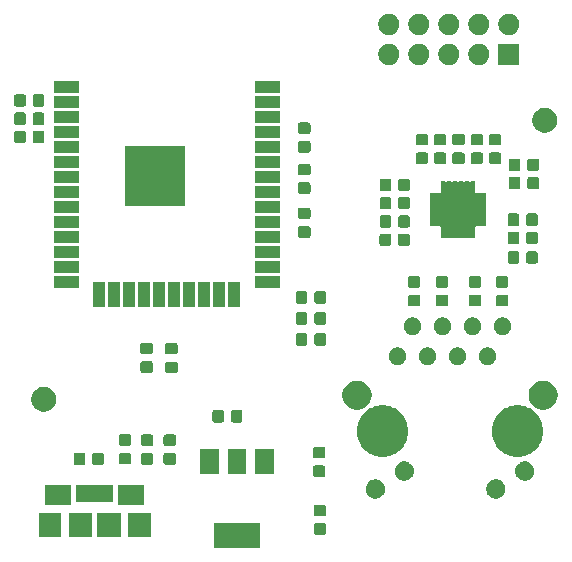
<source format=gbr>
G04 #@! TF.GenerationSoftware,KiCad,Pcbnew,(5.1.5)-3*
G04 #@! TF.CreationDate,2020-08-13T18:58:06-07:00*
G04 #@! TF.ProjectId,EsperDNS,45737065-7244-44e5-932e-6b696361645f,rev?*
G04 #@! TF.SameCoordinates,Original*
G04 #@! TF.FileFunction,Soldermask,Top*
G04 #@! TF.FilePolarity,Negative*
%FSLAX46Y46*%
G04 Gerber Fmt 4.6, Leading zero omitted, Abs format (unit mm)*
G04 Created by KiCad (PCBNEW (5.1.5)-3) date 2020-08-13 18:58:06*
%MOMM*%
%LPD*%
G04 APERTURE LIST*
%ADD10C,0.100000*%
G04 APERTURE END LIST*
D10*
G36*
X160801000Y-115201000D02*
G01*
X156899000Y-115201000D01*
X156899000Y-113099000D01*
X160801000Y-113099000D01*
X160801000Y-115201000D01*
G37*
G36*
X151551000Y-114251000D02*
G01*
X149649000Y-114251000D01*
X149649000Y-112249000D01*
X151551000Y-112249000D01*
X151551000Y-114251000D01*
G37*
G36*
X143951000Y-114251000D02*
G01*
X142049000Y-114251000D01*
X142049000Y-112249000D01*
X143951000Y-112249000D01*
X143951000Y-114251000D01*
G37*
G36*
X149001000Y-114251000D02*
G01*
X146999000Y-114251000D01*
X146999000Y-112249000D01*
X149001000Y-112249000D01*
X149001000Y-114251000D01*
G37*
G36*
X146601000Y-114251000D02*
G01*
X144599000Y-114251000D01*
X144599000Y-112249000D01*
X146601000Y-112249000D01*
X146601000Y-114251000D01*
G37*
G36*
X166241591Y-113104585D02*
G01*
X166275569Y-113114893D01*
X166306890Y-113131634D01*
X166334339Y-113154161D01*
X166356866Y-113181610D01*
X166373607Y-113212931D01*
X166383915Y-113246909D01*
X166388000Y-113288390D01*
X166388000Y-113889610D01*
X166383915Y-113931091D01*
X166373607Y-113965069D01*
X166356866Y-113996390D01*
X166334339Y-114023839D01*
X166306890Y-114046366D01*
X166275569Y-114063107D01*
X166241591Y-114073415D01*
X166200110Y-114077500D01*
X165523890Y-114077500D01*
X165482409Y-114073415D01*
X165448431Y-114063107D01*
X165417110Y-114046366D01*
X165389661Y-114023839D01*
X165367134Y-113996390D01*
X165350393Y-113965069D01*
X165340085Y-113931091D01*
X165336000Y-113889610D01*
X165336000Y-113288390D01*
X165340085Y-113246909D01*
X165350393Y-113212931D01*
X165367134Y-113181610D01*
X165389661Y-113154161D01*
X165417110Y-113131634D01*
X165448431Y-113114893D01*
X165482409Y-113104585D01*
X165523890Y-113100500D01*
X166200110Y-113100500D01*
X166241591Y-113104585D01*
G37*
G36*
X166241591Y-111529585D02*
G01*
X166275569Y-111539893D01*
X166306890Y-111556634D01*
X166334339Y-111579161D01*
X166356866Y-111606610D01*
X166373607Y-111637931D01*
X166383915Y-111671909D01*
X166388000Y-111713390D01*
X166388000Y-112314610D01*
X166383915Y-112356091D01*
X166373607Y-112390069D01*
X166356866Y-112421390D01*
X166334339Y-112448839D01*
X166306890Y-112471366D01*
X166275569Y-112488107D01*
X166241591Y-112498415D01*
X166200110Y-112502500D01*
X165523890Y-112502500D01*
X165482409Y-112498415D01*
X165448431Y-112488107D01*
X165417110Y-112471366D01*
X165389661Y-112448839D01*
X165367134Y-112421390D01*
X165350393Y-112390069D01*
X165340085Y-112356091D01*
X165336000Y-112314610D01*
X165336000Y-111713390D01*
X165340085Y-111671909D01*
X165350393Y-111637931D01*
X165367134Y-111606610D01*
X165389661Y-111579161D01*
X165417110Y-111556634D01*
X165448431Y-111539893D01*
X165482409Y-111529585D01*
X165523890Y-111525500D01*
X166200110Y-111525500D01*
X166241591Y-111529585D01*
G37*
G36*
X151001000Y-111551000D02*
G01*
X148799000Y-111551000D01*
X148799000Y-109849000D01*
X151001000Y-109849000D01*
X151001000Y-111551000D01*
G37*
G36*
X144801000Y-111551000D02*
G01*
X142599000Y-111551000D01*
X142599000Y-109849000D01*
X144801000Y-109849000D01*
X144801000Y-111551000D01*
G37*
G36*
X148351000Y-111301000D02*
G01*
X145249000Y-111301000D01*
X145249000Y-109849000D01*
X148351000Y-109849000D01*
X148351000Y-111301000D01*
G37*
G36*
X180998017Y-109415358D02*
G01*
X181072270Y-109446115D01*
X181146521Y-109476870D01*
X181146522Y-109476871D01*
X181280167Y-109566169D01*
X181393831Y-109679833D01*
X181460804Y-109780067D01*
X181483130Y-109813479D01*
X181497843Y-109849000D01*
X181544642Y-109961983D01*
X181576000Y-110119630D01*
X181576000Y-110280370D01*
X181544642Y-110438017D01*
X181483130Y-110586521D01*
X181483129Y-110586522D01*
X181393831Y-110720167D01*
X181280167Y-110833831D01*
X181179933Y-110900804D01*
X181146521Y-110923130D01*
X181072270Y-110953885D01*
X180998017Y-110984642D01*
X180840370Y-111016000D01*
X180679630Y-111016000D01*
X180521983Y-110984642D01*
X180447730Y-110953885D01*
X180373479Y-110923130D01*
X180340067Y-110900804D01*
X180239833Y-110833831D01*
X180126169Y-110720167D01*
X180036871Y-110586522D01*
X180036870Y-110586521D01*
X179975358Y-110438017D01*
X179944000Y-110280370D01*
X179944000Y-110119630D01*
X179975358Y-109961983D01*
X180022157Y-109849000D01*
X180036870Y-109813479D01*
X180059196Y-109780067D01*
X180126169Y-109679833D01*
X180239833Y-109566169D01*
X180373478Y-109476871D01*
X180373479Y-109476870D01*
X180447730Y-109446115D01*
X180521983Y-109415358D01*
X180679630Y-109384000D01*
X180840370Y-109384000D01*
X180998017Y-109415358D01*
G37*
G36*
X170798017Y-109415358D02*
G01*
X170872270Y-109446115D01*
X170946521Y-109476870D01*
X170946522Y-109476871D01*
X171080167Y-109566169D01*
X171193831Y-109679833D01*
X171260804Y-109780067D01*
X171283130Y-109813479D01*
X171297843Y-109849000D01*
X171344642Y-109961983D01*
X171376000Y-110119630D01*
X171376000Y-110280370D01*
X171344642Y-110438017D01*
X171283130Y-110586521D01*
X171283129Y-110586522D01*
X171193831Y-110720167D01*
X171080167Y-110833831D01*
X170979933Y-110900804D01*
X170946521Y-110923130D01*
X170872270Y-110953885D01*
X170798017Y-110984642D01*
X170640370Y-111016000D01*
X170479630Y-111016000D01*
X170321983Y-110984642D01*
X170247730Y-110953885D01*
X170173479Y-110923130D01*
X170140067Y-110900804D01*
X170039833Y-110833831D01*
X169926169Y-110720167D01*
X169836871Y-110586522D01*
X169836870Y-110586521D01*
X169775358Y-110438017D01*
X169744000Y-110280370D01*
X169744000Y-110119630D01*
X169775358Y-109961983D01*
X169822157Y-109849000D01*
X169836870Y-109813479D01*
X169859196Y-109780067D01*
X169926169Y-109679833D01*
X170039833Y-109566169D01*
X170173478Y-109476871D01*
X170173479Y-109476870D01*
X170247730Y-109446115D01*
X170321983Y-109415358D01*
X170479630Y-109384000D01*
X170640370Y-109384000D01*
X170798017Y-109415358D01*
G37*
G36*
X183448017Y-107895358D02*
G01*
X183596521Y-107956870D01*
X183629933Y-107979195D01*
X183730167Y-108046169D01*
X183843831Y-108159833D01*
X183890776Y-108230092D01*
X183933130Y-108293479D01*
X183945743Y-108323931D01*
X183994642Y-108441983D01*
X184026000Y-108599630D01*
X184026000Y-108760370D01*
X183994642Y-108918017D01*
X183983776Y-108944250D01*
X183933130Y-109066521D01*
X183933129Y-109066522D01*
X183843831Y-109200167D01*
X183730167Y-109313831D01*
X183629933Y-109380805D01*
X183596521Y-109403130D01*
X183522270Y-109433885D01*
X183448017Y-109464642D01*
X183290370Y-109496000D01*
X183129630Y-109496000D01*
X182971983Y-109464642D01*
X182823479Y-109403130D01*
X182790067Y-109380805D01*
X182689833Y-109313831D01*
X182576169Y-109200167D01*
X182486871Y-109066522D01*
X182486870Y-109066521D01*
X182436224Y-108944250D01*
X182425358Y-108918017D01*
X182394000Y-108760370D01*
X182394000Y-108599630D01*
X182425358Y-108441983D01*
X182474257Y-108323931D01*
X182486870Y-108293479D01*
X182529224Y-108230092D01*
X182576169Y-108159833D01*
X182689833Y-108046169D01*
X182790067Y-107979195D01*
X182823479Y-107956870D01*
X182971983Y-107895358D01*
X183129630Y-107864000D01*
X183290370Y-107864000D01*
X183448017Y-107895358D01*
G37*
G36*
X173248017Y-107895358D02*
G01*
X173396521Y-107956870D01*
X173429933Y-107979195D01*
X173530167Y-108046169D01*
X173643831Y-108159833D01*
X173690776Y-108230092D01*
X173733130Y-108293479D01*
X173745743Y-108323931D01*
X173794642Y-108441983D01*
X173826000Y-108599630D01*
X173826000Y-108760370D01*
X173794642Y-108918017D01*
X173783776Y-108944250D01*
X173733130Y-109066521D01*
X173733129Y-109066522D01*
X173643831Y-109200167D01*
X173530167Y-109313831D01*
X173429933Y-109380805D01*
X173396521Y-109403130D01*
X173322270Y-109433885D01*
X173248017Y-109464642D01*
X173090370Y-109496000D01*
X172929630Y-109496000D01*
X172771983Y-109464642D01*
X172623479Y-109403130D01*
X172590067Y-109380805D01*
X172489833Y-109313831D01*
X172376169Y-109200167D01*
X172286871Y-109066522D01*
X172286870Y-109066521D01*
X172236224Y-108944250D01*
X172225358Y-108918017D01*
X172194000Y-108760370D01*
X172194000Y-108599630D01*
X172225358Y-108441983D01*
X172274257Y-108323931D01*
X172286870Y-108293479D01*
X172329224Y-108230092D01*
X172376169Y-108159833D01*
X172489833Y-108046169D01*
X172590067Y-107979195D01*
X172623479Y-107956870D01*
X172771983Y-107895358D01*
X172929630Y-107864000D01*
X173090370Y-107864000D01*
X173248017Y-107895358D01*
G37*
G36*
X166179591Y-108215585D02*
G01*
X166213569Y-108225893D01*
X166244890Y-108242634D01*
X166272339Y-108265161D01*
X166294866Y-108292610D01*
X166311607Y-108323931D01*
X166321915Y-108357909D01*
X166326000Y-108399390D01*
X166326000Y-109000610D01*
X166321915Y-109042091D01*
X166311607Y-109076069D01*
X166294866Y-109107390D01*
X166272339Y-109134839D01*
X166244890Y-109157366D01*
X166213569Y-109174107D01*
X166179591Y-109184415D01*
X166138110Y-109188500D01*
X165461890Y-109188500D01*
X165420409Y-109184415D01*
X165386431Y-109174107D01*
X165355110Y-109157366D01*
X165327661Y-109134839D01*
X165305134Y-109107390D01*
X165288393Y-109076069D01*
X165278085Y-109042091D01*
X165274000Y-109000610D01*
X165274000Y-108399390D01*
X165278085Y-108357909D01*
X165288393Y-108323931D01*
X165305134Y-108292610D01*
X165327661Y-108265161D01*
X165355110Y-108242634D01*
X165386431Y-108225893D01*
X165420409Y-108215585D01*
X165461890Y-108211500D01*
X166138110Y-108211500D01*
X166179591Y-108215585D01*
G37*
G36*
X159651000Y-108901000D02*
G01*
X158049000Y-108901000D01*
X158049000Y-106799000D01*
X159651000Y-106799000D01*
X159651000Y-108901000D01*
G37*
G36*
X157351000Y-108901000D02*
G01*
X155749000Y-108901000D01*
X155749000Y-106799000D01*
X157351000Y-106799000D01*
X157351000Y-108901000D01*
G37*
G36*
X161951000Y-108901000D02*
G01*
X160349000Y-108901000D01*
X160349000Y-106799000D01*
X161951000Y-106799000D01*
X161951000Y-108901000D01*
G37*
G36*
X145854591Y-107128085D02*
G01*
X145888569Y-107138393D01*
X145919890Y-107155134D01*
X145947339Y-107177661D01*
X145969866Y-107205110D01*
X145986607Y-107236431D01*
X145996915Y-107270409D01*
X146001000Y-107311890D01*
X146001000Y-107988110D01*
X145996915Y-108029591D01*
X145986607Y-108063569D01*
X145969866Y-108094890D01*
X145947339Y-108122339D01*
X145919890Y-108144866D01*
X145888569Y-108161607D01*
X145854591Y-108171915D01*
X145813110Y-108176000D01*
X145211890Y-108176000D01*
X145170409Y-108171915D01*
X145136431Y-108161607D01*
X145105110Y-108144866D01*
X145077661Y-108122339D01*
X145055134Y-108094890D01*
X145038393Y-108063569D01*
X145028085Y-108029591D01*
X145024000Y-107988110D01*
X145024000Y-107311890D01*
X145028085Y-107270409D01*
X145038393Y-107236431D01*
X145055134Y-107205110D01*
X145077661Y-107177661D01*
X145105110Y-107155134D01*
X145136431Y-107138393D01*
X145170409Y-107128085D01*
X145211890Y-107124000D01*
X145813110Y-107124000D01*
X145854591Y-107128085D01*
G37*
G36*
X147429591Y-107128085D02*
G01*
X147463569Y-107138393D01*
X147494890Y-107155134D01*
X147522339Y-107177661D01*
X147544866Y-107205110D01*
X147561607Y-107236431D01*
X147571915Y-107270409D01*
X147576000Y-107311890D01*
X147576000Y-107988110D01*
X147571915Y-108029591D01*
X147561607Y-108063569D01*
X147544866Y-108094890D01*
X147522339Y-108122339D01*
X147494890Y-108144866D01*
X147463569Y-108161607D01*
X147429591Y-108171915D01*
X147388110Y-108176000D01*
X146786890Y-108176000D01*
X146745409Y-108171915D01*
X146711431Y-108161607D01*
X146680110Y-108144866D01*
X146652661Y-108122339D01*
X146630134Y-108094890D01*
X146613393Y-108063569D01*
X146603085Y-108029591D01*
X146599000Y-107988110D01*
X146599000Y-107311890D01*
X146603085Y-107270409D01*
X146613393Y-107236431D01*
X146630134Y-107205110D01*
X146652661Y-107177661D01*
X146680110Y-107155134D01*
X146711431Y-107138393D01*
X146745409Y-107128085D01*
X146786890Y-107124000D01*
X147388110Y-107124000D01*
X147429591Y-107128085D01*
G37*
G36*
X151629591Y-107165585D02*
G01*
X151663569Y-107175893D01*
X151694890Y-107192634D01*
X151722339Y-107215161D01*
X151744866Y-107242610D01*
X151761607Y-107273931D01*
X151771915Y-107307909D01*
X151776000Y-107349390D01*
X151776000Y-107950610D01*
X151771915Y-107992091D01*
X151761607Y-108026069D01*
X151744866Y-108057390D01*
X151722339Y-108084839D01*
X151694890Y-108107366D01*
X151663569Y-108124107D01*
X151629591Y-108134415D01*
X151588110Y-108138500D01*
X150911890Y-108138500D01*
X150870409Y-108134415D01*
X150836431Y-108124107D01*
X150805110Y-108107366D01*
X150777661Y-108084839D01*
X150755134Y-108057390D01*
X150738393Y-108026069D01*
X150728085Y-107992091D01*
X150724000Y-107950610D01*
X150724000Y-107349390D01*
X150728085Y-107307909D01*
X150738393Y-107273931D01*
X150755134Y-107242610D01*
X150777661Y-107215161D01*
X150805110Y-107192634D01*
X150836431Y-107175893D01*
X150870409Y-107165585D01*
X150911890Y-107161500D01*
X151588110Y-107161500D01*
X151629591Y-107165585D01*
G37*
G36*
X153529591Y-107165585D02*
G01*
X153563569Y-107175893D01*
X153594890Y-107192634D01*
X153622339Y-107215161D01*
X153644866Y-107242610D01*
X153661607Y-107273931D01*
X153671915Y-107307909D01*
X153676000Y-107349390D01*
X153676000Y-107950610D01*
X153671915Y-107992091D01*
X153661607Y-108026069D01*
X153644866Y-108057390D01*
X153622339Y-108084839D01*
X153594890Y-108107366D01*
X153563569Y-108124107D01*
X153529591Y-108134415D01*
X153488110Y-108138500D01*
X152811890Y-108138500D01*
X152770409Y-108134415D01*
X152736431Y-108124107D01*
X152705110Y-108107366D01*
X152677661Y-108084839D01*
X152655134Y-108057390D01*
X152638393Y-108026069D01*
X152628085Y-107992091D01*
X152624000Y-107950610D01*
X152624000Y-107349390D01*
X152628085Y-107307909D01*
X152638393Y-107273931D01*
X152655134Y-107242610D01*
X152677661Y-107215161D01*
X152705110Y-107192634D01*
X152736431Y-107175893D01*
X152770409Y-107165585D01*
X152811890Y-107161500D01*
X153488110Y-107161500D01*
X153529591Y-107165585D01*
G37*
G36*
X149729591Y-107153085D02*
G01*
X149763569Y-107163393D01*
X149794890Y-107180134D01*
X149822339Y-107202661D01*
X149844866Y-107230110D01*
X149861607Y-107261431D01*
X149871915Y-107295409D01*
X149876000Y-107336890D01*
X149876000Y-107938110D01*
X149871915Y-107979591D01*
X149861607Y-108013569D01*
X149844866Y-108044890D01*
X149822339Y-108072339D01*
X149794890Y-108094866D01*
X149763569Y-108111607D01*
X149729591Y-108121915D01*
X149688110Y-108126000D01*
X149011890Y-108126000D01*
X148970409Y-108121915D01*
X148936431Y-108111607D01*
X148905110Y-108094866D01*
X148877661Y-108072339D01*
X148855134Y-108044890D01*
X148838393Y-108013569D01*
X148828085Y-107979591D01*
X148824000Y-107938110D01*
X148824000Y-107336890D01*
X148828085Y-107295409D01*
X148838393Y-107261431D01*
X148855134Y-107230110D01*
X148877661Y-107202661D01*
X148905110Y-107180134D01*
X148936431Y-107163393D01*
X148970409Y-107153085D01*
X149011890Y-107149000D01*
X149688110Y-107149000D01*
X149729591Y-107153085D01*
G37*
G36*
X166179591Y-106640585D02*
G01*
X166213569Y-106650893D01*
X166244890Y-106667634D01*
X166272339Y-106690161D01*
X166294866Y-106717610D01*
X166311607Y-106748931D01*
X166321915Y-106782909D01*
X166326000Y-106824390D01*
X166326000Y-107425610D01*
X166321915Y-107467091D01*
X166311607Y-107501069D01*
X166294866Y-107532390D01*
X166272339Y-107559839D01*
X166244890Y-107582366D01*
X166213569Y-107599107D01*
X166179591Y-107609415D01*
X166138110Y-107613500D01*
X165461890Y-107613500D01*
X165420409Y-107609415D01*
X165386431Y-107599107D01*
X165355110Y-107582366D01*
X165327661Y-107559839D01*
X165305134Y-107532390D01*
X165288393Y-107501069D01*
X165278085Y-107467091D01*
X165274000Y-107425610D01*
X165274000Y-106824390D01*
X165278085Y-106782909D01*
X165288393Y-106748931D01*
X165305134Y-106717610D01*
X165327661Y-106690161D01*
X165355110Y-106667634D01*
X165386431Y-106650893D01*
X165420409Y-106640585D01*
X165461890Y-106636500D01*
X166138110Y-106636500D01*
X166179591Y-106640585D01*
G37*
G36*
X183096401Y-103171953D02*
G01*
X183237049Y-103199930D01*
X183518097Y-103316344D01*
X183572028Y-103338683D01*
X183634512Y-103364565D01*
X183992219Y-103603577D01*
X184296423Y-103907781D01*
X184535435Y-104265488D01*
X184664054Y-104576000D01*
X184700070Y-104662952D01*
X184784000Y-105084893D01*
X184784000Y-105515107D01*
X184700070Y-105937048D01*
X184546935Y-106306750D01*
X184535435Y-106334512D01*
X184296423Y-106692219D01*
X183992219Y-106996423D01*
X183634512Y-107235435D01*
X183634511Y-107235436D01*
X183634510Y-107235436D01*
X183550078Y-107270409D01*
X183237049Y-107400070D01*
X183152434Y-107416901D01*
X182815107Y-107484000D01*
X182384893Y-107484000D01*
X182047566Y-107416901D01*
X181962951Y-107400070D01*
X181649922Y-107270409D01*
X181565490Y-107235436D01*
X181565489Y-107235436D01*
X181565488Y-107235435D01*
X181207781Y-106996423D01*
X180903577Y-106692219D01*
X180664565Y-106334512D01*
X180653066Y-106306750D01*
X180499930Y-105937048D01*
X180416000Y-105515107D01*
X180416000Y-105084893D01*
X180499930Y-104662952D01*
X180535947Y-104576000D01*
X180664565Y-104265488D01*
X180903577Y-103907781D01*
X181207781Y-103603577D01*
X181565488Y-103364565D01*
X181627973Y-103338683D01*
X181681903Y-103316344D01*
X181962951Y-103199930D01*
X182103599Y-103171953D01*
X182384893Y-103116000D01*
X182815107Y-103116000D01*
X183096401Y-103171953D01*
G37*
G36*
X171666401Y-103171953D02*
G01*
X171807049Y-103199930D01*
X172088097Y-103316344D01*
X172142028Y-103338683D01*
X172204512Y-103364565D01*
X172562219Y-103603577D01*
X172866423Y-103907781D01*
X173105435Y-104265488D01*
X173234054Y-104576000D01*
X173270070Y-104662952D01*
X173354000Y-105084893D01*
X173354000Y-105515107D01*
X173270070Y-105937048D01*
X173116935Y-106306750D01*
X173105435Y-106334512D01*
X172866423Y-106692219D01*
X172562219Y-106996423D01*
X172204512Y-107235435D01*
X172204511Y-107235436D01*
X172204510Y-107235436D01*
X172120078Y-107270409D01*
X171807049Y-107400070D01*
X171722434Y-107416901D01*
X171385107Y-107484000D01*
X170954893Y-107484000D01*
X170617566Y-107416901D01*
X170532951Y-107400070D01*
X170219922Y-107270409D01*
X170135490Y-107235436D01*
X170135489Y-107235436D01*
X170135488Y-107235435D01*
X169777781Y-106996423D01*
X169473577Y-106692219D01*
X169234565Y-106334512D01*
X169223066Y-106306750D01*
X169069930Y-105937048D01*
X168986000Y-105515107D01*
X168986000Y-105084893D01*
X169069930Y-104662952D01*
X169105947Y-104576000D01*
X169234565Y-104265488D01*
X169473577Y-103907781D01*
X169777781Y-103603577D01*
X170135488Y-103364565D01*
X170197973Y-103338683D01*
X170251903Y-103316344D01*
X170532951Y-103199930D01*
X170673599Y-103171953D01*
X170954893Y-103116000D01*
X171385107Y-103116000D01*
X171666401Y-103171953D01*
G37*
G36*
X151629591Y-105590585D02*
G01*
X151663569Y-105600893D01*
X151694890Y-105617634D01*
X151722339Y-105640161D01*
X151744866Y-105667610D01*
X151761607Y-105698931D01*
X151771915Y-105732909D01*
X151776000Y-105774390D01*
X151776000Y-106375610D01*
X151771915Y-106417091D01*
X151761607Y-106451069D01*
X151744866Y-106482390D01*
X151722339Y-106509839D01*
X151694890Y-106532366D01*
X151663569Y-106549107D01*
X151629591Y-106559415D01*
X151588110Y-106563500D01*
X150911890Y-106563500D01*
X150870409Y-106559415D01*
X150836431Y-106549107D01*
X150805110Y-106532366D01*
X150777661Y-106509839D01*
X150755134Y-106482390D01*
X150738393Y-106451069D01*
X150728085Y-106417091D01*
X150724000Y-106375610D01*
X150724000Y-105774390D01*
X150728085Y-105732909D01*
X150738393Y-105698931D01*
X150755134Y-105667610D01*
X150777661Y-105640161D01*
X150805110Y-105617634D01*
X150836431Y-105600893D01*
X150870409Y-105590585D01*
X150911890Y-105586500D01*
X151588110Y-105586500D01*
X151629591Y-105590585D01*
G37*
G36*
X153529591Y-105590585D02*
G01*
X153563569Y-105600893D01*
X153594890Y-105617634D01*
X153622339Y-105640161D01*
X153644866Y-105667610D01*
X153661607Y-105698931D01*
X153671915Y-105732909D01*
X153676000Y-105774390D01*
X153676000Y-106375610D01*
X153671915Y-106417091D01*
X153661607Y-106451069D01*
X153644866Y-106482390D01*
X153622339Y-106509839D01*
X153594890Y-106532366D01*
X153563569Y-106549107D01*
X153529591Y-106559415D01*
X153488110Y-106563500D01*
X152811890Y-106563500D01*
X152770409Y-106559415D01*
X152736431Y-106549107D01*
X152705110Y-106532366D01*
X152677661Y-106509839D01*
X152655134Y-106482390D01*
X152638393Y-106451069D01*
X152628085Y-106417091D01*
X152624000Y-106375610D01*
X152624000Y-105774390D01*
X152628085Y-105732909D01*
X152638393Y-105698931D01*
X152655134Y-105667610D01*
X152677661Y-105640161D01*
X152705110Y-105617634D01*
X152736431Y-105600893D01*
X152770409Y-105590585D01*
X152811890Y-105586500D01*
X153488110Y-105586500D01*
X153529591Y-105590585D01*
G37*
G36*
X149729591Y-105578085D02*
G01*
X149763569Y-105588393D01*
X149794890Y-105605134D01*
X149822339Y-105627661D01*
X149844866Y-105655110D01*
X149861607Y-105686431D01*
X149871915Y-105720409D01*
X149876000Y-105761890D01*
X149876000Y-106363110D01*
X149871915Y-106404591D01*
X149861607Y-106438569D01*
X149844866Y-106469890D01*
X149822339Y-106497339D01*
X149794890Y-106519866D01*
X149763569Y-106536607D01*
X149729591Y-106546915D01*
X149688110Y-106551000D01*
X149011890Y-106551000D01*
X148970409Y-106546915D01*
X148936431Y-106536607D01*
X148905110Y-106519866D01*
X148877661Y-106497339D01*
X148855134Y-106469890D01*
X148838393Y-106438569D01*
X148828085Y-106404591D01*
X148824000Y-106363110D01*
X148824000Y-105761890D01*
X148828085Y-105720409D01*
X148838393Y-105686431D01*
X148855134Y-105655110D01*
X148877661Y-105627661D01*
X148905110Y-105605134D01*
X148936431Y-105588393D01*
X148970409Y-105578085D01*
X149011890Y-105574000D01*
X149688110Y-105574000D01*
X149729591Y-105578085D01*
G37*
G36*
X159167091Y-103528085D02*
G01*
X159201069Y-103538393D01*
X159232390Y-103555134D01*
X159259839Y-103577661D01*
X159282366Y-103605110D01*
X159299107Y-103636431D01*
X159309415Y-103670409D01*
X159313500Y-103711890D01*
X159313500Y-104388110D01*
X159309415Y-104429591D01*
X159299107Y-104463569D01*
X159282366Y-104494890D01*
X159259839Y-104522339D01*
X159232390Y-104544866D01*
X159201069Y-104561607D01*
X159167091Y-104571915D01*
X159125610Y-104576000D01*
X158524390Y-104576000D01*
X158482909Y-104571915D01*
X158448931Y-104561607D01*
X158417610Y-104544866D01*
X158390161Y-104522339D01*
X158367634Y-104494890D01*
X158350893Y-104463569D01*
X158340585Y-104429591D01*
X158336500Y-104388110D01*
X158336500Y-103711890D01*
X158340585Y-103670409D01*
X158350893Y-103636431D01*
X158367634Y-103605110D01*
X158390161Y-103577661D01*
X158417610Y-103555134D01*
X158448931Y-103538393D01*
X158482909Y-103528085D01*
X158524390Y-103524000D01*
X159125610Y-103524000D01*
X159167091Y-103528085D01*
G37*
G36*
X157592091Y-103528085D02*
G01*
X157626069Y-103538393D01*
X157657390Y-103555134D01*
X157684839Y-103577661D01*
X157707366Y-103605110D01*
X157724107Y-103636431D01*
X157734415Y-103670409D01*
X157738500Y-103711890D01*
X157738500Y-104388110D01*
X157734415Y-104429591D01*
X157724107Y-104463569D01*
X157707366Y-104494890D01*
X157684839Y-104522339D01*
X157657390Y-104544866D01*
X157626069Y-104561607D01*
X157592091Y-104571915D01*
X157550610Y-104576000D01*
X156949390Y-104576000D01*
X156907909Y-104571915D01*
X156873931Y-104561607D01*
X156842610Y-104544866D01*
X156815161Y-104522339D01*
X156792634Y-104494890D01*
X156775893Y-104463569D01*
X156765585Y-104429591D01*
X156761500Y-104388110D01*
X156761500Y-103711890D01*
X156765585Y-103670409D01*
X156775893Y-103636431D01*
X156792634Y-103605110D01*
X156815161Y-103577661D01*
X156842610Y-103555134D01*
X156873931Y-103538393D01*
X156907909Y-103528085D01*
X156949390Y-103524000D01*
X157550610Y-103524000D01*
X157592091Y-103528085D01*
G37*
G36*
X142800564Y-101605389D02*
G01*
X142991833Y-101684615D01*
X142991835Y-101684616D01*
X143163973Y-101799635D01*
X143310365Y-101946027D01*
X143425385Y-102118167D01*
X143504611Y-102309436D01*
X143545000Y-102512484D01*
X143545000Y-102719516D01*
X143504611Y-102922564D01*
X143458816Y-103033123D01*
X143425384Y-103113835D01*
X143310365Y-103285973D01*
X143163973Y-103432365D01*
X142991835Y-103547384D01*
X142991834Y-103547385D01*
X142991833Y-103547385D01*
X142800564Y-103626611D01*
X142597516Y-103667000D01*
X142390484Y-103667000D01*
X142187436Y-103626611D01*
X141996167Y-103547385D01*
X141996166Y-103547385D01*
X141996165Y-103547384D01*
X141824027Y-103432365D01*
X141677635Y-103285973D01*
X141562616Y-103113835D01*
X141529184Y-103033123D01*
X141483389Y-102922564D01*
X141443000Y-102719516D01*
X141443000Y-102512484D01*
X141483389Y-102309436D01*
X141562615Y-102118167D01*
X141677635Y-101946027D01*
X141824027Y-101799635D01*
X141996165Y-101684616D01*
X141996167Y-101684615D01*
X142187436Y-101605389D01*
X142390484Y-101565000D01*
X142597516Y-101565000D01*
X142800564Y-101605389D01*
G37*
G36*
X185118339Y-101068710D02*
G01*
X185341911Y-101161317D01*
X185341913Y-101161318D01*
X185543123Y-101295762D01*
X185714238Y-101466877D01*
X185806789Y-101605390D01*
X185848683Y-101668089D01*
X185941290Y-101891661D01*
X185988500Y-102129002D01*
X185988500Y-102370998D01*
X185941290Y-102608339D01*
X185848683Y-102831911D01*
X185848682Y-102831913D01*
X185714238Y-103033123D01*
X185543123Y-103204238D01*
X185341913Y-103338682D01*
X185341912Y-103338683D01*
X185341911Y-103338683D01*
X185118339Y-103431290D01*
X184880998Y-103478500D01*
X184639002Y-103478500D01*
X184401661Y-103431290D01*
X184178089Y-103338683D01*
X184178088Y-103338683D01*
X184178087Y-103338682D01*
X183976877Y-103204238D01*
X183805762Y-103033123D01*
X183671318Y-102831913D01*
X183671317Y-102831911D01*
X183578710Y-102608339D01*
X183531500Y-102370998D01*
X183531500Y-102129002D01*
X183578710Y-101891661D01*
X183671317Y-101668089D01*
X183713211Y-101605390D01*
X183805762Y-101466877D01*
X183976877Y-101295762D01*
X184178087Y-101161318D01*
X184178089Y-101161317D01*
X184401661Y-101068710D01*
X184639002Y-101021500D01*
X184880998Y-101021500D01*
X185118339Y-101068710D01*
G37*
G36*
X169368339Y-101068710D02*
G01*
X169591911Y-101161317D01*
X169591913Y-101161318D01*
X169793123Y-101295762D01*
X169964238Y-101466877D01*
X170056789Y-101605390D01*
X170098683Y-101668089D01*
X170191290Y-101891661D01*
X170238500Y-102129002D01*
X170238500Y-102370998D01*
X170191290Y-102608339D01*
X170098683Y-102831911D01*
X170098682Y-102831913D01*
X169964238Y-103033123D01*
X169793123Y-103204238D01*
X169591913Y-103338682D01*
X169591912Y-103338683D01*
X169591911Y-103338683D01*
X169368339Y-103431290D01*
X169130998Y-103478500D01*
X168889002Y-103478500D01*
X168651661Y-103431290D01*
X168428089Y-103338683D01*
X168428088Y-103338683D01*
X168428087Y-103338682D01*
X168226877Y-103204238D01*
X168055762Y-103033123D01*
X167921318Y-102831913D01*
X167921317Y-102831911D01*
X167828710Y-102608339D01*
X167781500Y-102370998D01*
X167781500Y-102129002D01*
X167828710Y-101891661D01*
X167921317Y-101668089D01*
X167963211Y-101605390D01*
X168055762Y-101466877D01*
X168226877Y-101295762D01*
X168428087Y-101161318D01*
X168428089Y-101161317D01*
X168651661Y-101068710D01*
X168889002Y-101021500D01*
X169130998Y-101021500D01*
X169368339Y-101068710D01*
G37*
G36*
X153679591Y-99415585D02*
G01*
X153713569Y-99425893D01*
X153744890Y-99442634D01*
X153772339Y-99465161D01*
X153794866Y-99492610D01*
X153811607Y-99523931D01*
X153821915Y-99557909D01*
X153826000Y-99599390D01*
X153826000Y-100200610D01*
X153821915Y-100242091D01*
X153811607Y-100276069D01*
X153794866Y-100307390D01*
X153772339Y-100334839D01*
X153744890Y-100357366D01*
X153713569Y-100374107D01*
X153679591Y-100384415D01*
X153638110Y-100388500D01*
X152961890Y-100388500D01*
X152920409Y-100384415D01*
X152886431Y-100374107D01*
X152855110Y-100357366D01*
X152827661Y-100334839D01*
X152805134Y-100307390D01*
X152788393Y-100276069D01*
X152778085Y-100242091D01*
X152774000Y-100200610D01*
X152774000Y-99599390D01*
X152778085Y-99557909D01*
X152788393Y-99523931D01*
X152805134Y-99492610D01*
X152827661Y-99465161D01*
X152855110Y-99442634D01*
X152886431Y-99425893D01*
X152920409Y-99415585D01*
X152961890Y-99411500D01*
X153638110Y-99411500D01*
X153679591Y-99415585D01*
G37*
G36*
X151579591Y-99390585D02*
G01*
X151613569Y-99400893D01*
X151644890Y-99417634D01*
X151672339Y-99440161D01*
X151694866Y-99467610D01*
X151711607Y-99498931D01*
X151721915Y-99532909D01*
X151726000Y-99574390D01*
X151726000Y-100175610D01*
X151721915Y-100217091D01*
X151711607Y-100251069D01*
X151694866Y-100282390D01*
X151672339Y-100309839D01*
X151644890Y-100332366D01*
X151613569Y-100349107D01*
X151579591Y-100359415D01*
X151538110Y-100363500D01*
X150861890Y-100363500D01*
X150820409Y-100359415D01*
X150786431Y-100349107D01*
X150755110Y-100332366D01*
X150727661Y-100309839D01*
X150705134Y-100282390D01*
X150688393Y-100251069D01*
X150678085Y-100217091D01*
X150674000Y-100175610D01*
X150674000Y-99574390D01*
X150678085Y-99532909D01*
X150688393Y-99498931D01*
X150705134Y-99467610D01*
X150727661Y-99440161D01*
X150755110Y-99417634D01*
X150786431Y-99400893D01*
X150820409Y-99390585D01*
X150861890Y-99386500D01*
X151538110Y-99386500D01*
X151579591Y-99390585D01*
G37*
G36*
X177738766Y-98228821D02*
G01*
X177875257Y-98285358D01*
X177998097Y-98367437D01*
X178102563Y-98471903D01*
X178184642Y-98594743D01*
X178241179Y-98731234D01*
X178270000Y-98876130D01*
X178270000Y-99023870D01*
X178241179Y-99168766D01*
X178184642Y-99305257D01*
X178102563Y-99428097D01*
X177998097Y-99532563D01*
X177875257Y-99614642D01*
X177738766Y-99671179D01*
X177593870Y-99700000D01*
X177446130Y-99700000D01*
X177301234Y-99671179D01*
X177164743Y-99614642D01*
X177041903Y-99532563D01*
X176937437Y-99428097D01*
X176855358Y-99305257D01*
X176798821Y-99168766D01*
X176770000Y-99023870D01*
X176770000Y-98876130D01*
X176798821Y-98731234D01*
X176855358Y-98594743D01*
X176937437Y-98471903D01*
X177041903Y-98367437D01*
X177164743Y-98285358D01*
X177301234Y-98228821D01*
X177446130Y-98200000D01*
X177593870Y-98200000D01*
X177738766Y-98228821D01*
G37*
G36*
X175198766Y-98228821D02*
G01*
X175335257Y-98285358D01*
X175458097Y-98367437D01*
X175562563Y-98471903D01*
X175644642Y-98594743D01*
X175701179Y-98731234D01*
X175730000Y-98876130D01*
X175730000Y-99023870D01*
X175701179Y-99168766D01*
X175644642Y-99305257D01*
X175562563Y-99428097D01*
X175458097Y-99532563D01*
X175335257Y-99614642D01*
X175198766Y-99671179D01*
X175053870Y-99700000D01*
X174906130Y-99700000D01*
X174761234Y-99671179D01*
X174624743Y-99614642D01*
X174501903Y-99532563D01*
X174397437Y-99428097D01*
X174315358Y-99305257D01*
X174258821Y-99168766D01*
X174230000Y-99023870D01*
X174230000Y-98876130D01*
X174258821Y-98731234D01*
X174315358Y-98594743D01*
X174397437Y-98471903D01*
X174501903Y-98367437D01*
X174624743Y-98285358D01*
X174761234Y-98228821D01*
X174906130Y-98200000D01*
X175053870Y-98200000D01*
X175198766Y-98228821D01*
G37*
G36*
X180278766Y-98228821D02*
G01*
X180415257Y-98285358D01*
X180538097Y-98367437D01*
X180642563Y-98471903D01*
X180724642Y-98594743D01*
X180781179Y-98731234D01*
X180810000Y-98876130D01*
X180810000Y-99023870D01*
X180781179Y-99168766D01*
X180724642Y-99305257D01*
X180642563Y-99428097D01*
X180538097Y-99532563D01*
X180415257Y-99614642D01*
X180278766Y-99671179D01*
X180133870Y-99700000D01*
X179986130Y-99700000D01*
X179841234Y-99671179D01*
X179704743Y-99614642D01*
X179581903Y-99532563D01*
X179477437Y-99428097D01*
X179395358Y-99305257D01*
X179338821Y-99168766D01*
X179310000Y-99023870D01*
X179310000Y-98876130D01*
X179338821Y-98731234D01*
X179395358Y-98594743D01*
X179477437Y-98471903D01*
X179581903Y-98367437D01*
X179704743Y-98285358D01*
X179841234Y-98228821D01*
X179986130Y-98200000D01*
X180133870Y-98200000D01*
X180278766Y-98228821D01*
G37*
G36*
X172658766Y-98228821D02*
G01*
X172795257Y-98285358D01*
X172918097Y-98367437D01*
X173022563Y-98471903D01*
X173104642Y-98594743D01*
X173161179Y-98731234D01*
X173190000Y-98876130D01*
X173190000Y-99023870D01*
X173161179Y-99168766D01*
X173104642Y-99305257D01*
X173022563Y-99428097D01*
X172918097Y-99532563D01*
X172795257Y-99614642D01*
X172658766Y-99671179D01*
X172513870Y-99700000D01*
X172366130Y-99700000D01*
X172221234Y-99671179D01*
X172084743Y-99614642D01*
X171961903Y-99532563D01*
X171857437Y-99428097D01*
X171775358Y-99305257D01*
X171718821Y-99168766D01*
X171690000Y-99023870D01*
X171690000Y-98876130D01*
X171718821Y-98731234D01*
X171775358Y-98594743D01*
X171857437Y-98471903D01*
X171961903Y-98367437D01*
X172084743Y-98285358D01*
X172221234Y-98228821D01*
X172366130Y-98200000D01*
X172513870Y-98200000D01*
X172658766Y-98228821D01*
G37*
G36*
X153679591Y-97840585D02*
G01*
X153713569Y-97850893D01*
X153744890Y-97867634D01*
X153772339Y-97890161D01*
X153794866Y-97917610D01*
X153811607Y-97948931D01*
X153821915Y-97982909D01*
X153826000Y-98024390D01*
X153826000Y-98625610D01*
X153821915Y-98667091D01*
X153811607Y-98701069D01*
X153794866Y-98732390D01*
X153772339Y-98759839D01*
X153744890Y-98782366D01*
X153713569Y-98799107D01*
X153679591Y-98809415D01*
X153638110Y-98813500D01*
X152961890Y-98813500D01*
X152920409Y-98809415D01*
X152886431Y-98799107D01*
X152855110Y-98782366D01*
X152827661Y-98759839D01*
X152805134Y-98732390D01*
X152788393Y-98701069D01*
X152778085Y-98667091D01*
X152774000Y-98625610D01*
X152774000Y-98024390D01*
X152778085Y-97982909D01*
X152788393Y-97948931D01*
X152805134Y-97917610D01*
X152827661Y-97890161D01*
X152855110Y-97867634D01*
X152886431Y-97850893D01*
X152920409Y-97840585D01*
X152961890Y-97836500D01*
X153638110Y-97836500D01*
X153679591Y-97840585D01*
G37*
G36*
X151579591Y-97815585D02*
G01*
X151613569Y-97825893D01*
X151644890Y-97842634D01*
X151672339Y-97865161D01*
X151694866Y-97892610D01*
X151711607Y-97923931D01*
X151721915Y-97957909D01*
X151726000Y-97999390D01*
X151726000Y-98600610D01*
X151721915Y-98642091D01*
X151711607Y-98676069D01*
X151694866Y-98707390D01*
X151672339Y-98734839D01*
X151644890Y-98757366D01*
X151613569Y-98774107D01*
X151579591Y-98784415D01*
X151538110Y-98788500D01*
X150861890Y-98788500D01*
X150820409Y-98784415D01*
X150786431Y-98774107D01*
X150755110Y-98757366D01*
X150727661Y-98734839D01*
X150705134Y-98707390D01*
X150688393Y-98676069D01*
X150678085Y-98642091D01*
X150674000Y-98600610D01*
X150674000Y-97999390D01*
X150678085Y-97957909D01*
X150688393Y-97923931D01*
X150705134Y-97892610D01*
X150727661Y-97865161D01*
X150755110Y-97842634D01*
X150786431Y-97825893D01*
X150820409Y-97815585D01*
X150861890Y-97811500D01*
X151538110Y-97811500D01*
X151579591Y-97815585D01*
G37*
G36*
X166229591Y-97014085D02*
G01*
X166263569Y-97024393D01*
X166294890Y-97041134D01*
X166322339Y-97063661D01*
X166344866Y-97091110D01*
X166361607Y-97122431D01*
X166371915Y-97156409D01*
X166376000Y-97197890D01*
X166376000Y-97874110D01*
X166371915Y-97915591D01*
X166361607Y-97949569D01*
X166344866Y-97980890D01*
X166322339Y-98008339D01*
X166294890Y-98030866D01*
X166263569Y-98047607D01*
X166229591Y-98057915D01*
X166188110Y-98062000D01*
X165586890Y-98062000D01*
X165545409Y-98057915D01*
X165511431Y-98047607D01*
X165480110Y-98030866D01*
X165452661Y-98008339D01*
X165430134Y-97980890D01*
X165413393Y-97949569D01*
X165403085Y-97915591D01*
X165399000Y-97874110D01*
X165399000Y-97197890D01*
X165403085Y-97156409D01*
X165413393Y-97122431D01*
X165430134Y-97091110D01*
X165452661Y-97063661D01*
X165480110Y-97041134D01*
X165511431Y-97024393D01*
X165545409Y-97014085D01*
X165586890Y-97010000D01*
X166188110Y-97010000D01*
X166229591Y-97014085D01*
G37*
G36*
X164654591Y-97014085D02*
G01*
X164688569Y-97024393D01*
X164719890Y-97041134D01*
X164747339Y-97063661D01*
X164769866Y-97091110D01*
X164786607Y-97122431D01*
X164796915Y-97156409D01*
X164801000Y-97197890D01*
X164801000Y-97874110D01*
X164796915Y-97915591D01*
X164786607Y-97949569D01*
X164769866Y-97980890D01*
X164747339Y-98008339D01*
X164719890Y-98030866D01*
X164688569Y-98047607D01*
X164654591Y-98057915D01*
X164613110Y-98062000D01*
X164011890Y-98062000D01*
X163970409Y-98057915D01*
X163936431Y-98047607D01*
X163905110Y-98030866D01*
X163877661Y-98008339D01*
X163855134Y-97980890D01*
X163838393Y-97949569D01*
X163828085Y-97915591D01*
X163824000Y-97874110D01*
X163824000Y-97197890D01*
X163828085Y-97156409D01*
X163838393Y-97122431D01*
X163855134Y-97091110D01*
X163877661Y-97063661D01*
X163905110Y-97041134D01*
X163936431Y-97024393D01*
X163970409Y-97014085D01*
X164011890Y-97010000D01*
X164613110Y-97010000D01*
X164654591Y-97014085D01*
G37*
G36*
X173928766Y-95688821D02*
G01*
X174065257Y-95745358D01*
X174188097Y-95827437D01*
X174292563Y-95931903D01*
X174374642Y-96054743D01*
X174431179Y-96191234D01*
X174460000Y-96336130D01*
X174460000Y-96483870D01*
X174431179Y-96628766D01*
X174374642Y-96765257D01*
X174292563Y-96888097D01*
X174188097Y-96992563D01*
X174065257Y-97074642D01*
X173928766Y-97131179D01*
X173783870Y-97160000D01*
X173636130Y-97160000D01*
X173491234Y-97131179D01*
X173354743Y-97074642D01*
X173231903Y-96992563D01*
X173127437Y-96888097D01*
X173045358Y-96765257D01*
X172988821Y-96628766D01*
X172960000Y-96483870D01*
X172960000Y-96336130D01*
X172988821Y-96191234D01*
X173045358Y-96054743D01*
X173127437Y-95931903D01*
X173231903Y-95827437D01*
X173354743Y-95745358D01*
X173491234Y-95688821D01*
X173636130Y-95660000D01*
X173783870Y-95660000D01*
X173928766Y-95688821D01*
G37*
G36*
X181548766Y-95688821D02*
G01*
X181685257Y-95745358D01*
X181808097Y-95827437D01*
X181912563Y-95931903D01*
X181994642Y-96054743D01*
X182051179Y-96191234D01*
X182080000Y-96336130D01*
X182080000Y-96483870D01*
X182051179Y-96628766D01*
X181994642Y-96765257D01*
X181912563Y-96888097D01*
X181808097Y-96992563D01*
X181685257Y-97074642D01*
X181548766Y-97131179D01*
X181403870Y-97160000D01*
X181256130Y-97160000D01*
X181111234Y-97131179D01*
X180974743Y-97074642D01*
X180851903Y-96992563D01*
X180747437Y-96888097D01*
X180665358Y-96765257D01*
X180608821Y-96628766D01*
X180580000Y-96483870D01*
X180580000Y-96336130D01*
X180608821Y-96191234D01*
X180665358Y-96054743D01*
X180747437Y-95931903D01*
X180851903Y-95827437D01*
X180974743Y-95745358D01*
X181111234Y-95688821D01*
X181256130Y-95660000D01*
X181403870Y-95660000D01*
X181548766Y-95688821D01*
G37*
G36*
X179008766Y-95688821D02*
G01*
X179145257Y-95745358D01*
X179268097Y-95827437D01*
X179372563Y-95931903D01*
X179454642Y-96054743D01*
X179511179Y-96191234D01*
X179540000Y-96336130D01*
X179540000Y-96483870D01*
X179511179Y-96628766D01*
X179454642Y-96765257D01*
X179372563Y-96888097D01*
X179268097Y-96992563D01*
X179145257Y-97074642D01*
X179008766Y-97131179D01*
X178863870Y-97160000D01*
X178716130Y-97160000D01*
X178571234Y-97131179D01*
X178434743Y-97074642D01*
X178311903Y-96992563D01*
X178207437Y-96888097D01*
X178125358Y-96765257D01*
X178068821Y-96628766D01*
X178040000Y-96483870D01*
X178040000Y-96336130D01*
X178068821Y-96191234D01*
X178125358Y-96054743D01*
X178207437Y-95931903D01*
X178311903Y-95827437D01*
X178434743Y-95745358D01*
X178571234Y-95688821D01*
X178716130Y-95660000D01*
X178863870Y-95660000D01*
X179008766Y-95688821D01*
G37*
G36*
X176468766Y-95688821D02*
G01*
X176605257Y-95745358D01*
X176728097Y-95827437D01*
X176832563Y-95931903D01*
X176914642Y-96054743D01*
X176971179Y-96191234D01*
X177000000Y-96336130D01*
X177000000Y-96483870D01*
X176971179Y-96628766D01*
X176914642Y-96765257D01*
X176832563Y-96888097D01*
X176728097Y-96992563D01*
X176605257Y-97074642D01*
X176468766Y-97131179D01*
X176323870Y-97160000D01*
X176176130Y-97160000D01*
X176031234Y-97131179D01*
X175894743Y-97074642D01*
X175771903Y-96992563D01*
X175667437Y-96888097D01*
X175585358Y-96765257D01*
X175528821Y-96628766D01*
X175500000Y-96483870D01*
X175500000Y-96336130D01*
X175528821Y-96191234D01*
X175585358Y-96054743D01*
X175667437Y-95931903D01*
X175771903Y-95827437D01*
X175894743Y-95745358D01*
X176031234Y-95688821D01*
X176176130Y-95660000D01*
X176323870Y-95660000D01*
X176468766Y-95688821D01*
G37*
G36*
X164654591Y-95236085D02*
G01*
X164688569Y-95246393D01*
X164719890Y-95263134D01*
X164747339Y-95285661D01*
X164769866Y-95313110D01*
X164786607Y-95344431D01*
X164796915Y-95378409D01*
X164801000Y-95419890D01*
X164801000Y-96096110D01*
X164796915Y-96137591D01*
X164786607Y-96171569D01*
X164769866Y-96202890D01*
X164747339Y-96230339D01*
X164719890Y-96252866D01*
X164688569Y-96269607D01*
X164654591Y-96279915D01*
X164613110Y-96284000D01*
X164011890Y-96284000D01*
X163970409Y-96279915D01*
X163936431Y-96269607D01*
X163905110Y-96252866D01*
X163877661Y-96230339D01*
X163855134Y-96202890D01*
X163838393Y-96171569D01*
X163828085Y-96137591D01*
X163824000Y-96096110D01*
X163824000Y-95419890D01*
X163828085Y-95378409D01*
X163838393Y-95344431D01*
X163855134Y-95313110D01*
X163877661Y-95285661D01*
X163905110Y-95263134D01*
X163936431Y-95246393D01*
X163970409Y-95236085D01*
X164011890Y-95232000D01*
X164613110Y-95232000D01*
X164654591Y-95236085D01*
G37*
G36*
X166229591Y-95236085D02*
G01*
X166263569Y-95246393D01*
X166294890Y-95263134D01*
X166322339Y-95285661D01*
X166344866Y-95313110D01*
X166361607Y-95344431D01*
X166371915Y-95378409D01*
X166376000Y-95419890D01*
X166376000Y-96096110D01*
X166371915Y-96137591D01*
X166361607Y-96171569D01*
X166344866Y-96202890D01*
X166322339Y-96230339D01*
X166294890Y-96252866D01*
X166263569Y-96269607D01*
X166229591Y-96279915D01*
X166188110Y-96284000D01*
X165586890Y-96284000D01*
X165545409Y-96279915D01*
X165511431Y-96269607D01*
X165480110Y-96252866D01*
X165452661Y-96230339D01*
X165430134Y-96202890D01*
X165413393Y-96171569D01*
X165403085Y-96137591D01*
X165399000Y-96096110D01*
X165399000Y-95419890D01*
X165403085Y-95378409D01*
X165413393Y-95344431D01*
X165430134Y-95313110D01*
X165452661Y-95285661D01*
X165480110Y-95263134D01*
X165511431Y-95246393D01*
X165545409Y-95236085D01*
X165586890Y-95232000D01*
X166188110Y-95232000D01*
X166229591Y-95236085D01*
G37*
G36*
X159116000Y-94756000D02*
G01*
X158114000Y-94756000D01*
X158114000Y-92654000D01*
X159116000Y-92654000D01*
X159116000Y-94756000D01*
G37*
G36*
X147686000Y-94756000D02*
G01*
X146684000Y-94756000D01*
X146684000Y-92654000D01*
X147686000Y-92654000D01*
X147686000Y-94756000D01*
G37*
G36*
X148956000Y-94756000D02*
G01*
X147954000Y-94756000D01*
X147954000Y-92654000D01*
X148956000Y-92654000D01*
X148956000Y-94756000D01*
G37*
G36*
X150226000Y-94756000D02*
G01*
X149224000Y-94756000D01*
X149224000Y-92654000D01*
X150226000Y-92654000D01*
X150226000Y-94756000D01*
G37*
G36*
X151496000Y-94756000D02*
G01*
X150494000Y-94756000D01*
X150494000Y-92654000D01*
X151496000Y-92654000D01*
X151496000Y-94756000D01*
G37*
G36*
X152766000Y-94756000D02*
G01*
X151764000Y-94756000D01*
X151764000Y-92654000D01*
X152766000Y-92654000D01*
X152766000Y-94756000D01*
G37*
G36*
X154036000Y-94756000D02*
G01*
X153034000Y-94756000D01*
X153034000Y-92654000D01*
X154036000Y-92654000D01*
X154036000Y-94756000D01*
G37*
G36*
X155306000Y-94756000D02*
G01*
X154304000Y-94756000D01*
X154304000Y-92654000D01*
X155306000Y-92654000D01*
X155306000Y-94756000D01*
G37*
G36*
X156576000Y-94756000D02*
G01*
X155574000Y-94756000D01*
X155574000Y-92654000D01*
X156576000Y-92654000D01*
X156576000Y-94756000D01*
G37*
G36*
X157846000Y-94756000D02*
G01*
X156844000Y-94756000D01*
X156844000Y-92654000D01*
X157846000Y-92654000D01*
X157846000Y-94756000D01*
G37*
G36*
X179379591Y-93753085D02*
G01*
X179413569Y-93763393D01*
X179444890Y-93780134D01*
X179472339Y-93802661D01*
X179494866Y-93830110D01*
X179511607Y-93861431D01*
X179521915Y-93895409D01*
X179526000Y-93936890D01*
X179526000Y-94538110D01*
X179521915Y-94579591D01*
X179511607Y-94613569D01*
X179494866Y-94644890D01*
X179472339Y-94672339D01*
X179444890Y-94694866D01*
X179413569Y-94711607D01*
X179379591Y-94721915D01*
X179338110Y-94726000D01*
X178661890Y-94726000D01*
X178620409Y-94721915D01*
X178586431Y-94711607D01*
X178555110Y-94694866D01*
X178527661Y-94672339D01*
X178505134Y-94644890D01*
X178488393Y-94613569D01*
X178478085Y-94579591D01*
X178474000Y-94538110D01*
X178474000Y-93936890D01*
X178478085Y-93895409D01*
X178488393Y-93861431D01*
X178505134Y-93830110D01*
X178527661Y-93802661D01*
X178555110Y-93780134D01*
X178586431Y-93763393D01*
X178620409Y-93753085D01*
X178661890Y-93749000D01*
X179338110Y-93749000D01*
X179379591Y-93753085D01*
G37*
G36*
X181679591Y-93753085D02*
G01*
X181713569Y-93763393D01*
X181744890Y-93780134D01*
X181772339Y-93802661D01*
X181794866Y-93830110D01*
X181811607Y-93861431D01*
X181821915Y-93895409D01*
X181826000Y-93936890D01*
X181826000Y-94538110D01*
X181821915Y-94579591D01*
X181811607Y-94613569D01*
X181794866Y-94644890D01*
X181772339Y-94672339D01*
X181744890Y-94694866D01*
X181713569Y-94711607D01*
X181679591Y-94721915D01*
X181638110Y-94726000D01*
X180961890Y-94726000D01*
X180920409Y-94721915D01*
X180886431Y-94711607D01*
X180855110Y-94694866D01*
X180827661Y-94672339D01*
X180805134Y-94644890D01*
X180788393Y-94613569D01*
X180778085Y-94579591D01*
X180774000Y-94538110D01*
X180774000Y-93936890D01*
X180778085Y-93895409D01*
X180788393Y-93861431D01*
X180805134Y-93830110D01*
X180827661Y-93802661D01*
X180855110Y-93780134D01*
X180886431Y-93763393D01*
X180920409Y-93753085D01*
X180961890Y-93749000D01*
X181638110Y-93749000D01*
X181679591Y-93753085D01*
G37*
G36*
X176579591Y-93753085D02*
G01*
X176613569Y-93763393D01*
X176644890Y-93780134D01*
X176672339Y-93802661D01*
X176694866Y-93830110D01*
X176711607Y-93861431D01*
X176721915Y-93895409D01*
X176726000Y-93936890D01*
X176726000Y-94538110D01*
X176721915Y-94579591D01*
X176711607Y-94613569D01*
X176694866Y-94644890D01*
X176672339Y-94672339D01*
X176644890Y-94694866D01*
X176613569Y-94711607D01*
X176579591Y-94721915D01*
X176538110Y-94726000D01*
X175861890Y-94726000D01*
X175820409Y-94721915D01*
X175786431Y-94711607D01*
X175755110Y-94694866D01*
X175727661Y-94672339D01*
X175705134Y-94644890D01*
X175688393Y-94613569D01*
X175678085Y-94579591D01*
X175674000Y-94538110D01*
X175674000Y-93936890D01*
X175678085Y-93895409D01*
X175688393Y-93861431D01*
X175705134Y-93830110D01*
X175727661Y-93802661D01*
X175755110Y-93780134D01*
X175786431Y-93763393D01*
X175820409Y-93753085D01*
X175861890Y-93749000D01*
X176538110Y-93749000D01*
X176579591Y-93753085D01*
G37*
G36*
X174229591Y-93753085D02*
G01*
X174263569Y-93763393D01*
X174294890Y-93780134D01*
X174322339Y-93802661D01*
X174344866Y-93830110D01*
X174361607Y-93861431D01*
X174371915Y-93895409D01*
X174376000Y-93936890D01*
X174376000Y-94538110D01*
X174371915Y-94579591D01*
X174361607Y-94613569D01*
X174344866Y-94644890D01*
X174322339Y-94672339D01*
X174294890Y-94694866D01*
X174263569Y-94711607D01*
X174229591Y-94721915D01*
X174188110Y-94726000D01*
X173511890Y-94726000D01*
X173470409Y-94721915D01*
X173436431Y-94711607D01*
X173405110Y-94694866D01*
X173377661Y-94672339D01*
X173355134Y-94644890D01*
X173338393Y-94613569D01*
X173328085Y-94579591D01*
X173324000Y-94538110D01*
X173324000Y-93936890D01*
X173328085Y-93895409D01*
X173338393Y-93861431D01*
X173355134Y-93830110D01*
X173377661Y-93802661D01*
X173405110Y-93780134D01*
X173436431Y-93763393D01*
X173470409Y-93753085D01*
X173511890Y-93749000D01*
X174188110Y-93749000D01*
X174229591Y-93753085D01*
G37*
G36*
X166229591Y-93458085D02*
G01*
X166263569Y-93468393D01*
X166294890Y-93485134D01*
X166322339Y-93507661D01*
X166344866Y-93535110D01*
X166361607Y-93566431D01*
X166371915Y-93600409D01*
X166376000Y-93641890D01*
X166376000Y-94318110D01*
X166371915Y-94359591D01*
X166361607Y-94393569D01*
X166344866Y-94424890D01*
X166322339Y-94452339D01*
X166294890Y-94474866D01*
X166263569Y-94491607D01*
X166229591Y-94501915D01*
X166188110Y-94506000D01*
X165586890Y-94506000D01*
X165545409Y-94501915D01*
X165511431Y-94491607D01*
X165480110Y-94474866D01*
X165452661Y-94452339D01*
X165430134Y-94424890D01*
X165413393Y-94393569D01*
X165403085Y-94359591D01*
X165399000Y-94318110D01*
X165399000Y-93641890D01*
X165403085Y-93600409D01*
X165413393Y-93566431D01*
X165430134Y-93535110D01*
X165452661Y-93507661D01*
X165480110Y-93485134D01*
X165511431Y-93468393D01*
X165545409Y-93458085D01*
X165586890Y-93454000D01*
X166188110Y-93454000D01*
X166229591Y-93458085D01*
G37*
G36*
X164654591Y-93458085D02*
G01*
X164688569Y-93468393D01*
X164719890Y-93485134D01*
X164747339Y-93507661D01*
X164769866Y-93535110D01*
X164786607Y-93566431D01*
X164796915Y-93600409D01*
X164801000Y-93641890D01*
X164801000Y-94318110D01*
X164796915Y-94359591D01*
X164786607Y-94393569D01*
X164769866Y-94424890D01*
X164747339Y-94452339D01*
X164719890Y-94474866D01*
X164688569Y-94491607D01*
X164654591Y-94501915D01*
X164613110Y-94506000D01*
X164011890Y-94506000D01*
X163970409Y-94501915D01*
X163936431Y-94491607D01*
X163905110Y-94474866D01*
X163877661Y-94452339D01*
X163855134Y-94424890D01*
X163838393Y-94393569D01*
X163828085Y-94359591D01*
X163824000Y-94318110D01*
X163824000Y-93641890D01*
X163828085Y-93600409D01*
X163838393Y-93566431D01*
X163855134Y-93535110D01*
X163877661Y-93507661D01*
X163905110Y-93485134D01*
X163936431Y-93468393D01*
X163970409Y-93458085D01*
X164011890Y-93454000D01*
X164613110Y-93454000D01*
X164654591Y-93458085D01*
G37*
G36*
X162451000Y-93206000D02*
G01*
X160349000Y-93206000D01*
X160349000Y-92204000D01*
X162451000Y-92204000D01*
X162451000Y-93206000D01*
G37*
G36*
X145451000Y-93206000D02*
G01*
X143349000Y-93206000D01*
X143349000Y-92204000D01*
X145451000Y-92204000D01*
X145451000Y-93206000D01*
G37*
G36*
X179379591Y-92178085D02*
G01*
X179413569Y-92188393D01*
X179444890Y-92205134D01*
X179472339Y-92227661D01*
X179494866Y-92255110D01*
X179511607Y-92286431D01*
X179521915Y-92320409D01*
X179526000Y-92361890D01*
X179526000Y-92963110D01*
X179521915Y-93004591D01*
X179511607Y-93038569D01*
X179494866Y-93069890D01*
X179472339Y-93097339D01*
X179444890Y-93119866D01*
X179413569Y-93136607D01*
X179379591Y-93146915D01*
X179338110Y-93151000D01*
X178661890Y-93151000D01*
X178620409Y-93146915D01*
X178586431Y-93136607D01*
X178555110Y-93119866D01*
X178527661Y-93097339D01*
X178505134Y-93069890D01*
X178488393Y-93038569D01*
X178478085Y-93004591D01*
X178474000Y-92963110D01*
X178474000Y-92361890D01*
X178478085Y-92320409D01*
X178488393Y-92286431D01*
X178505134Y-92255110D01*
X178527661Y-92227661D01*
X178555110Y-92205134D01*
X178586431Y-92188393D01*
X178620409Y-92178085D01*
X178661890Y-92174000D01*
X179338110Y-92174000D01*
X179379591Y-92178085D01*
G37*
G36*
X176579591Y-92178085D02*
G01*
X176613569Y-92188393D01*
X176644890Y-92205134D01*
X176672339Y-92227661D01*
X176694866Y-92255110D01*
X176711607Y-92286431D01*
X176721915Y-92320409D01*
X176726000Y-92361890D01*
X176726000Y-92963110D01*
X176721915Y-93004591D01*
X176711607Y-93038569D01*
X176694866Y-93069890D01*
X176672339Y-93097339D01*
X176644890Y-93119866D01*
X176613569Y-93136607D01*
X176579591Y-93146915D01*
X176538110Y-93151000D01*
X175861890Y-93151000D01*
X175820409Y-93146915D01*
X175786431Y-93136607D01*
X175755110Y-93119866D01*
X175727661Y-93097339D01*
X175705134Y-93069890D01*
X175688393Y-93038569D01*
X175678085Y-93004591D01*
X175674000Y-92963110D01*
X175674000Y-92361890D01*
X175678085Y-92320409D01*
X175688393Y-92286431D01*
X175705134Y-92255110D01*
X175727661Y-92227661D01*
X175755110Y-92205134D01*
X175786431Y-92188393D01*
X175820409Y-92178085D01*
X175861890Y-92174000D01*
X176538110Y-92174000D01*
X176579591Y-92178085D01*
G37*
G36*
X174229591Y-92178085D02*
G01*
X174263569Y-92188393D01*
X174294890Y-92205134D01*
X174322339Y-92227661D01*
X174344866Y-92255110D01*
X174361607Y-92286431D01*
X174371915Y-92320409D01*
X174376000Y-92361890D01*
X174376000Y-92963110D01*
X174371915Y-93004591D01*
X174361607Y-93038569D01*
X174344866Y-93069890D01*
X174322339Y-93097339D01*
X174294890Y-93119866D01*
X174263569Y-93136607D01*
X174229591Y-93146915D01*
X174188110Y-93151000D01*
X173511890Y-93151000D01*
X173470409Y-93146915D01*
X173436431Y-93136607D01*
X173405110Y-93119866D01*
X173377661Y-93097339D01*
X173355134Y-93069890D01*
X173338393Y-93038569D01*
X173328085Y-93004591D01*
X173324000Y-92963110D01*
X173324000Y-92361890D01*
X173328085Y-92320409D01*
X173338393Y-92286431D01*
X173355134Y-92255110D01*
X173377661Y-92227661D01*
X173405110Y-92205134D01*
X173436431Y-92188393D01*
X173470409Y-92178085D01*
X173511890Y-92174000D01*
X174188110Y-92174000D01*
X174229591Y-92178085D01*
G37*
G36*
X181679591Y-92178085D02*
G01*
X181713569Y-92188393D01*
X181744890Y-92205134D01*
X181772339Y-92227661D01*
X181794866Y-92255110D01*
X181811607Y-92286431D01*
X181821915Y-92320409D01*
X181826000Y-92361890D01*
X181826000Y-92963110D01*
X181821915Y-93004591D01*
X181811607Y-93038569D01*
X181794866Y-93069890D01*
X181772339Y-93097339D01*
X181744890Y-93119866D01*
X181713569Y-93136607D01*
X181679591Y-93146915D01*
X181638110Y-93151000D01*
X180961890Y-93151000D01*
X180920409Y-93146915D01*
X180886431Y-93136607D01*
X180855110Y-93119866D01*
X180827661Y-93097339D01*
X180805134Y-93069890D01*
X180788393Y-93038569D01*
X180778085Y-93004591D01*
X180774000Y-92963110D01*
X180774000Y-92361890D01*
X180778085Y-92320409D01*
X180788393Y-92286431D01*
X180805134Y-92255110D01*
X180827661Y-92227661D01*
X180855110Y-92205134D01*
X180886431Y-92188393D01*
X180920409Y-92178085D01*
X180961890Y-92174000D01*
X181638110Y-92174000D01*
X181679591Y-92178085D01*
G37*
G36*
X145451000Y-91936000D02*
G01*
X143349000Y-91936000D01*
X143349000Y-90934000D01*
X145451000Y-90934000D01*
X145451000Y-91936000D01*
G37*
G36*
X162451000Y-91936000D02*
G01*
X160349000Y-91936000D01*
X160349000Y-90934000D01*
X162451000Y-90934000D01*
X162451000Y-91936000D01*
G37*
G36*
X182592091Y-90078085D02*
G01*
X182626069Y-90088393D01*
X182657390Y-90105134D01*
X182684839Y-90127661D01*
X182707366Y-90155110D01*
X182724107Y-90186431D01*
X182734415Y-90220409D01*
X182738500Y-90261890D01*
X182738500Y-90938110D01*
X182734415Y-90979591D01*
X182724107Y-91013569D01*
X182707366Y-91044890D01*
X182684839Y-91072339D01*
X182657390Y-91094866D01*
X182626069Y-91111607D01*
X182592091Y-91121915D01*
X182550610Y-91126000D01*
X181949390Y-91126000D01*
X181907909Y-91121915D01*
X181873931Y-91111607D01*
X181842610Y-91094866D01*
X181815161Y-91072339D01*
X181792634Y-91044890D01*
X181775893Y-91013569D01*
X181765585Y-90979591D01*
X181761500Y-90938110D01*
X181761500Y-90261890D01*
X181765585Y-90220409D01*
X181775893Y-90186431D01*
X181792634Y-90155110D01*
X181815161Y-90127661D01*
X181842610Y-90105134D01*
X181873931Y-90088393D01*
X181907909Y-90078085D01*
X181949390Y-90074000D01*
X182550610Y-90074000D01*
X182592091Y-90078085D01*
G37*
G36*
X184167091Y-90078085D02*
G01*
X184201069Y-90088393D01*
X184232390Y-90105134D01*
X184259839Y-90127661D01*
X184282366Y-90155110D01*
X184299107Y-90186431D01*
X184309415Y-90220409D01*
X184313500Y-90261890D01*
X184313500Y-90938110D01*
X184309415Y-90979591D01*
X184299107Y-91013569D01*
X184282366Y-91044890D01*
X184259839Y-91072339D01*
X184232390Y-91094866D01*
X184201069Y-91111607D01*
X184167091Y-91121915D01*
X184125610Y-91126000D01*
X183524390Y-91126000D01*
X183482909Y-91121915D01*
X183448931Y-91111607D01*
X183417610Y-91094866D01*
X183390161Y-91072339D01*
X183367634Y-91044890D01*
X183350893Y-91013569D01*
X183340585Y-90979591D01*
X183336500Y-90938110D01*
X183336500Y-90261890D01*
X183340585Y-90220409D01*
X183350893Y-90186431D01*
X183367634Y-90155110D01*
X183390161Y-90127661D01*
X183417610Y-90105134D01*
X183448931Y-90088393D01*
X183482909Y-90078085D01*
X183524390Y-90074000D01*
X184125610Y-90074000D01*
X184167091Y-90078085D01*
G37*
G36*
X162451000Y-90666000D02*
G01*
X160349000Y-90666000D01*
X160349000Y-89664000D01*
X162451000Y-89664000D01*
X162451000Y-90666000D01*
G37*
G36*
X145451000Y-90666000D02*
G01*
X143349000Y-90666000D01*
X143349000Y-89664000D01*
X145451000Y-89664000D01*
X145451000Y-90666000D01*
G37*
G36*
X171742091Y-88578085D02*
G01*
X171776069Y-88588393D01*
X171807390Y-88605134D01*
X171834839Y-88627661D01*
X171857366Y-88655110D01*
X171874107Y-88686431D01*
X171884415Y-88720409D01*
X171888500Y-88761890D01*
X171888500Y-89438110D01*
X171884415Y-89479591D01*
X171874107Y-89513569D01*
X171857366Y-89544890D01*
X171834839Y-89572339D01*
X171807390Y-89594866D01*
X171776069Y-89611607D01*
X171742091Y-89621915D01*
X171700610Y-89626000D01*
X171099390Y-89626000D01*
X171057909Y-89621915D01*
X171023931Y-89611607D01*
X170992610Y-89594866D01*
X170965161Y-89572339D01*
X170942634Y-89544890D01*
X170925893Y-89513569D01*
X170915585Y-89479591D01*
X170911500Y-89438110D01*
X170911500Y-88761890D01*
X170915585Y-88720409D01*
X170925893Y-88686431D01*
X170942634Y-88655110D01*
X170965161Y-88627661D01*
X170992610Y-88605134D01*
X171023931Y-88588393D01*
X171057909Y-88578085D01*
X171099390Y-88574000D01*
X171700610Y-88574000D01*
X171742091Y-88578085D01*
G37*
G36*
X173317091Y-88578085D02*
G01*
X173351069Y-88588393D01*
X173382390Y-88605134D01*
X173409839Y-88627661D01*
X173432366Y-88655110D01*
X173449107Y-88686431D01*
X173459415Y-88720409D01*
X173463500Y-88761890D01*
X173463500Y-89438110D01*
X173459415Y-89479591D01*
X173449107Y-89513569D01*
X173432366Y-89544890D01*
X173409839Y-89572339D01*
X173382390Y-89594866D01*
X173351069Y-89611607D01*
X173317091Y-89621915D01*
X173275610Y-89626000D01*
X172674390Y-89626000D01*
X172632909Y-89621915D01*
X172598931Y-89611607D01*
X172567610Y-89594866D01*
X172540161Y-89572339D01*
X172517634Y-89544890D01*
X172500893Y-89513569D01*
X172490585Y-89479591D01*
X172486500Y-89438110D01*
X172486500Y-88761890D01*
X172490585Y-88720409D01*
X172500893Y-88686431D01*
X172517634Y-88655110D01*
X172540161Y-88627661D01*
X172567610Y-88605134D01*
X172598931Y-88588393D01*
X172632909Y-88578085D01*
X172674390Y-88574000D01*
X173275610Y-88574000D01*
X173317091Y-88578085D01*
G37*
G36*
X182592091Y-88428085D02*
G01*
X182626069Y-88438393D01*
X182657390Y-88455134D01*
X182684839Y-88477661D01*
X182707366Y-88505110D01*
X182724107Y-88536431D01*
X182734415Y-88570409D01*
X182738500Y-88611890D01*
X182738500Y-89288110D01*
X182734415Y-89329591D01*
X182724107Y-89363569D01*
X182707366Y-89394890D01*
X182684839Y-89422339D01*
X182657390Y-89444866D01*
X182626069Y-89461607D01*
X182592091Y-89471915D01*
X182550610Y-89476000D01*
X181949390Y-89476000D01*
X181907909Y-89471915D01*
X181873931Y-89461607D01*
X181842610Y-89444866D01*
X181815161Y-89422339D01*
X181792634Y-89394890D01*
X181775893Y-89363569D01*
X181765585Y-89329591D01*
X181761500Y-89288110D01*
X181761500Y-88611890D01*
X181765585Y-88570409D01*
X181775893Y-88536431D01*
X181792634Y-88505110D01*
X181815161Y-88477661D01*
X181842610Y-88455134D01*
X181873931Y-88438393D01*
X181907909Y-88428085D01*
X181949390Y-88424000D01*
X182550610Y-88424000D01*
X182592091Y-88428085D01*
G37*
G36*
X184167091Y-88428085D02*
G01*
X184201069Y-88438393D01*
X184232390Y-88455134D01*
X184259839Y-88477661D01*
X184282366Y-88505110D01*
X184299107Y-88536431D01*
X184309415Y-88570409D01*
X184313500Y-88611890D01*
X184313500Y-89288110D01*
X184309415Y-89329591D01*
X184299107Y-89363569D01*
X184282366Y-89394890D01*
X184259839Y-89422339D01*
X184232390Y-89444866D01*
X184201069Y-89461607D01*
X184167091Y-89471915D01*
X184125610Y-89476000D01*
X183524390Y-89476000D01*
X183482909Y-89471915D01*
X183448931Y-89461607D01*
X183417610Y-89444866D01*
X183390161Y-89422339D01*
X183367634Y-89394890D01*
X183350893Y-89363569D01*
X183340585Y-89329591D01*
X183336500Y-89288110D01*
X183336500Y-88611890D01*
X183340585Y-88570409D01*
X183350893Y-88536431D01*
X183367634Y-88505110D01*
X183390161Y-88477661D01*
X183417610Y-88455134D01*
X183448931Y-88438393D01*
X183482909Y-88428085D01*
X183524390Y-88424000D01*
X184125610Y-88424000D01*
X184167091Y-88428085D01*
G37*
G36*
X145451000Y-89396000D02*
G01*
X143349000Y-89396000D01*
X143349000Y-88394000D01*
X145451000Y-88394000D01*
X145451000Y-89396000D01*
G37*
G36*
X162451000Y-89396000D02*
G01*
X160349000Y-89396000D01*
X160349000Y-88394000D01*
X162451000Y-88394000D01*
X162451000Y-89396000D01*
G37*
G36*
X176455355Y-84150083D02*
G01*
X176460029Y-84151501D01*
X176464330Y-84153800D01*
X176470702Y-84159029D01*
X176491076Y-84172643D01*
X176513715Y-84182020D01*
X176537749Y-84186800D01*
X176562253Y-84186800D01*
X176586286Y-84182019D01*
X176608925Y-84172642D01*
X176629298Y-84159029D01*
X176635670Y-84153800D01*
X176639971Y-84151501D01*
X176644645Y-84150083D01*
X176655641Y-84149000D01*
X176944359Y-84149000D01*
X176955355Y-84150083D01*
X176960029Y-84151501D01*
X176964330Y-84153800D01*
X176970702Y-84159029D01*
X176991076Y-84172643D01*
X177013715Y-84182020D01*
X177037749Y-84186800D01*
X177062253Y-84186800D01*
X177086286Y-84182019D01*
X177108925Y-84172642D01*
X177129298Y-84159029D01*
X177135670Y-84153800D01*
X177139971Y-84151501D01*
X177144645Y-84150083D01*
X177155641Y-84149000D01*
X177444359Y-84149000D01*
X177455355Y-84150083D01*
X177460029Y-84151501D01*
X177464330Y-84153800D01*
X177470702Y-84159029D01*
X177491076Y-84172643D01*
X177513715Y-84182020D01*
X177537749Y-84186800D01*
X177562253Y-84186800D01*
X177586286Y-84182019D01*
X177608925Y-84172642D01*
X177629298Y-84159029D01*
X177635670Y-84153800D01*
X177639971Y-84151501D01*
X177644645Y-84150083D01*
X177655641Y-84149000D01*
X177944359Y-84149000D01*
X177955355Y-84150083D01*
X177960029Y-84151501D01*
X177964330Y-84153800D01*
X177970702Y-84159029D01*
X177991076Y-84172643D01*
X178013715Y-84182020D01*
X178037749Y-84186800D01*
X178062253Y-84186800D01*
X178086286Y-84182019D01*
X178108925Y-84172642D01*
X178129298Y-84159029D01*
X178135670Y-84153800D01*
X178139971Y-84151501D01*
X178144645Y-84150083D01*
X178155641Y-84149000D01*
X178444359Y-84149000D01*
X178455355Y-84150083D01*
X178460029Y-84151501D01*
X178464330Y-84153800D01*
X178470702Y-84159029D01*
X178491076Y-84172643D01*
X178513715Y-84182020D01*
X178537749Y-84186800D01*
X178562253Y-84186800D01*
X178586286Y-84182019D01*
X178608925Y-84172642D01*
X178629298Y-84159029D01*
X178635670Y-84153800D01*
X178639971Y-84151501D01*
X178644645Y-84150083D01*
X178655641Y-84149000D01*
X178944359Y-84149000D01*
X178955355Y-84150083D01*
X178960029Y-84151501D01*
X178964331Y-84153800D01*
X178968104Y-84156896D01*
X178971200Y-84160669D01*
X178973499Y-84164971D01*
X178974917Y-84169645D01*
X178976000Y-84180641D01*
X178976000Y-84999001D01*
X178978402Y-85023387D01*
X178985515Y-85046836D01*
X178997066Y-85068447D01*
X179012611Y-85087389D01*
X179031553Y-85102934D01*
X179053164Y-85114485D01*
X179076613Y-85121598D01*
X179100999Y-85124000D01*
X179919359Y-85124000D01*
X179930355Y-85125083D01*
X179935029Y-85126501D01*
X179939331Y-85128800D01*
X179943104Y-85131896D01*
X179946200Y-85135669D01*
X179948499Y-85139971D01*
X179949917Y-85144645D01*
X179951000Y-85155641D01*
X179951000Y-85444359D01*
X179949917Y-85455355D01*
X179948499Y-85460029D01*
X179946200Y-85464330D01*
X179940971Y-85470702D01*
X179927357Y-85491076D01*
X179917980Y-85513715D01*
X179913200Y-85537749D01*
X179913200Y-85562253D01*
X179917981Y-85586286D01*
X179927358Y-85608925D01*
X179940971Y-85629298D01*
X179946200Y-85635670D01*
X179948499Y-85639971D01*
X179949917Y-85644645D01*
X179951000Y-85655641D01*
X179951000Y-85944359D01*
X179949917Y-85955355D01*
X179948499Y-85960029D01*
X179946200Y-85964330D01*
X179940971Y-85970702D01*
X179927357Y-85991076D01*
X179917980Y-86013715D01*
X179913200Y-86037749D01*
X179913200Y-86062253D01*
X179917981Y-86086286D01*
X179927358Y-86108925D01*
X179940971Y-86129298D01*
X179946200Y-86135670D01*
X179948499Y-86139971D01*
X179949917Y-86144645D01*
X179951000Y-86155641D01*
X179951000Y-86444359D01*
X179949917Y-86455355D01*
X179948499Y-86460029D01*
X179946200Y-86464330D01*
X179940971Y-86470702D01*
X179927357Y-86491076D01*
X179917980Y-86513715D01*
X179913200Y-86537749D01*
X179913200Y-86562253D01*
X179917981Y-86586286D01*
X179927358Y-86608925D01*
X179940971Y-86629298D01*
X179946200Y-86635670D01*
X179948499Y-86639971D01*
X179949917Y-86644645D01*
X179951000Y-86655641D01*
X179951000Y-86944359D01*
X179949917Y-86955355D01*
X179948499Y-86960029D01*
X179946200Y-86964330D01*
X179940971Y-86970702D01*
X179927357Y-86991076D01*
X179917980Y-87013715D01*
X179913200Y-87037749D01*
X179913200Y-87062253D01*
X179917981Y-87086286D01*
X179927358Y-87108925D01*
X179940971Y-87129298D01*
X179946200Y-87135670D01*
X179948499Y-87139971D01*
X179949917Y-87144645D01*
X179951000Y-87155641D01*
X179951000Y-87444359D01*
X179949917Y-87455355D01*
X179948499Y-87460029D01*
X179946200Y-87464330D01*
X179940971Y-87470702D01*
X179927357Y-87491076D01*
X179917980Y-87513715D01*
X179913200Y-87537749D01*
X179913200Y-87562253D01*
X179917981Y-87586286D01*
X179927358Y-87608925D01*
X179940971Y-87629298D01*
X179946200Y-87635670D01*
X179948499Y-87639971D01*
X179949917Y-87644645D01*
X179951000Y-87655641D01*
X179951000Y-87944359D01*
X179949917Y-87955355D01*
X179948499Y-87960029D01*
X179946200Y-87964331D01*
X179943104Y-87968104D01*
X179939331Y-87971200D01*
X179935029Y-87973499D01*
X179930355Y-87974917D01*
X179919359Y-87976000D01*
X179100999Y-87976000D01*
X179076613Y-87978402D01*
X179053164Y-87985515D01*
X179031553Y-87997066D01*
X179012611Y-88012611D01*
X178997066Y-88031553D01*
X178985515Y-88053164D01*
X178978402Y-88076613D01*
X178976000Y-88100999D01*
X178976000Y-88919359D01*
X178974917Y-88930355D01*
X178973499Y-88935029D01*
X178971200Y-88939331D01*
X178968104Y-88943104D01*
X178964331Y-88946200D01*
X178960029Y-88948499D01*
X178955355Y-88949917D01*
X178944359Y-88951000D01*
X178655641Y-88951000D01*
X178644645Y-88949917D01*
X178639971Y-88948499D01*
X178635670Y-88946200D01*
X178629298Y-88940971D01*
X178608924Y-88927357D01*
X178586285Y-88917980D01*
X178562251Y-88913200D01*
X178537747Y-88913200D01*
X178513714Y-88917981D01*
X178491075Y-88927358D01*
X178470702Y-88940971D01*
X178464330Y-88946200D01*
X178460029Y-88948499D01*
X178455355Y-88949917D01*
X178444359Y-88951000D01*
X178155641Y-88951000D01*
X178144645Y-88949917D01*
X178139971Y-88948499D01*
X178135670Y-88946200D01*
X178129298Y-88940971D01*
X178108924Y-88927357D01*
X178086285Y-88917980D01*
X178062251Y-88913200D01*
X178037747Y-88913200D01*
X178013714Y-88917981D01*
X177991075Y-88927358D01*
X177970702Y-88940971D01*
X177964330Y-88946200D01*
X177960029Y-88948499D01*
X177955355Y-88949917D01*
X177944359Y-88951000D01*
X177655641Y-88951000D01*
X177644645Y-88949917D01*
X177639971Y-88948499D01*
X177635670Y-88946200D01*
X177629298Y-88940971D01*
X177608924Y-88927357D01*
X177586285Y-88917980D01*
X177562251Y-88913200D01*
X177537747Y-88913200D01*
X177513714Y-88917981D01*
X177491075Y-88927358D01*
X177470702Y-88940971D01*
X177464330Y-88946200D01*
X177460029Y-88948499D01*
X177455355Y-88949917D01*
X177444359Y-88951000D01*
X177155641Y-88951000D01*
X177144645Y-88949917D01*
X177139971Y-88948499D01*
X177135670Y-88946200D01*
X177129298Y-88940971D01*
X177108924Y-88927357D01*
X177086285Y-88917980D01*
X177062251Y-88913200D01*
X177037747Y-88913200D01*
X177013714Y-88917981D01*
X176991075Y-88927358D01*
X176970702Y-88940971D01*
X176964330Y-88946200D01*
X176960029Y-88948499D01*
X176955355Y-88949917D01*
X176944359Y-88951000D01*
X176655641Y-88951000D01*
X176644645Y-88949917D01*
X176639971Y-88948499D01*
X176635670Y-88946200D01*
X176629298Y-88940971D01*
X176608924Y-88927357D01*
X176586285Y-88917980D01*
X176562251Y-88913200D01*
X176537747Y-88913200D01*
X176513714Y-88917981D01*
X176491075Y-88927358D01*
X176470702Y-88940971D01*
X176464330Y-88946200D01*
X176460029Y-88948499D01*
X176455355Y-88949917D01*
X176444359Y-88951000D01*
X176155641Y-88951000D01*
X176144645Y-88949917D01*
X176139971Y-88948499D01*
X176135669Y-88946200D01*
X176131896Y-88943104D01*
X176128800Y-88939331D01*
X176126501Y-88935029D01*
X176125083Y-88930355D01*
X176124000Y-88919359D01*
X176124000Y-88100999D01*
X176121598Y-88076613D01*
X176114485Y-88053164D01*
X176102934Y-88031553D01*
X176087389Y-88012611D01*
X176068447Y-87997066D01*
X176046836Y-87985515D01*
X176023387Y-87978402D01*
X175999001Y-87976000D01*
X175180641Y-87976000D01*
X175169645Y-87974917D01*
X175164971Y-87973499D01*
X175160669Y-87971200D01*
X175156896Y-87968104D01*
X175153800Y-87964331D01*
X175151501Y-87960029D01*
X175150083Y-87955355D01*
X175149000Y-87944359D01*
X175149000Y-87655641D01*
X175150083Y-87644645D01*
X175151501Y-87639971D01*
X175153800Y-87635670D01*
X175159029Y-87629298D01*
X175172643Y-87608924D01*
X175182020Y-87586285D01*
X175186800Y-87562251D01*
X175186800Y-87537747D01*
X175182019Y-87513714D01*
X175172642Y-87491075D01*
X175159029Y-87470702D01*
X175153800Y-87464330D01*
X175151501Y-87460029D01*
X175150083Y-87455355D01*
X175149000Y-87444359D01*
X175149000Y-87155641D01*
X175150083Y-87144645D01*
X175151501Y-87139971D01*
X175153800Y-87135670D01*
X175159029Y-87129298D01*
X175172643Y-87108924D01*
X175182020Y-87086285D01*
X175186800Y-87062251D01*
X175186800Y-87037747D01*
X175182019Y-87013714D01*
X175172642Y-86991075D01*
X175159029Y-86970702D01*
X175153800Y-86964330D01*
X175151501Y-86960029D01*
X175150083Y-86955355D01*
X175149000Y-86944359D01*
X175149000Y-86655641D01*
X175150083Y-86644645D01*
X175151501Y-86639971D01*
X175153800Y-86635670D01*
X175159029Y-86629298D01*
X175172643Y-86608924D01*
X175182020Y-86586285D01*
X175186800Y-86562251D01*
X175186800Y-86537747D01*
X175182019Y-86513714D01*
X175172642Y-86491075D01*
X175159029Y-86470702D01*
X175153800Y-86464330D01*
X175151501Y-86460029D01*
X175150083Y-86455355D01*
X175149000Y-86444359D01*
X175149000Y-86155641D01*
X175150083Y-86144645D01*
X175151501Y-86139971D01*
X175153800Y-86135670D01*
X175159029Y-86129298D01*
X175172643Y-86108924D01*
X175182020Y-86086285D01*
X175186800Y-86062251D01*
X175186800Y-86037747D01*
X175182019Y-86013714D01*
X175172642Y-85991075D01*
X175159029Y-85970702D01*
X175153800Y-85964330D01*
X175151501Y-85960029D01*
X175150083Y-85955355D01*
X175149000Y-85944359D01*
X175149000Y-85655641D01*
X175150083Y-85644645D01*
X175151501Y-85639971D01*
X175153800Y-85635670D01*
X175159029Y-85629298D01*
X175172643Y-85608924D01*
X175182020Y-85586285D01*
X175186800Y-85562251D01*
X175186800Y-85537747D01*
X175182019Y-85513714D01*
X175172642Y-85491075D01*
X175159029Y-85470702D01*
X175153800Y-85464330D01*
X175151501Y-85460029D01*
X175150083Y-85455355D01*
X175149000Y-85444359D01*
X175149000Y-85155641D01*
X175150083Y-85144645D01*
X175151501Y-85139971D01*
X175153800Y-85135669D01*
X175156896Y-85131896D01*
X175160669Y-85128800D01*
X175164971Y-85126501D01*
X175169645Y-85125083D01*
X175180641Y-85124000D01*
X175999001Y-85124000D01*
X176023387Y-85121598D01*
X176046836Y-85114485D01*
X176068447Y-85102934D01*
X176087389Y-85087389D01*
X176102934Y-85068447D01*
X176114485Y-85046836D01*
X176121598Y-85023387D01*
X176124000Y-84999001D01*
X176124000Y-84180641D01*
X176125083Y-84169645D01*
X176126501Y-84164971D01*
X176128800Y-84160669D01*
X176131896Y-84156896D01*
X176135669Y-84153800D01*
X176139971Y-84151501D01*
X176144645Y-84150083D01*
X176155641Y-84149000D01*
X176444359Y-84149000D01*
X176455355Y-84150083D01*
G37*
G36*
X164929591Y-87953085D02*
G01*
X164963569Y-87963393D01*
X164994890Y-87980134D01*
X165022339Y-88002661D01*
X165044866Y-88030110D01*
X165061607Y-88061431D01*
X165071915Y-88095409D01*
X165076000Y-88136890D01*
X165076000Y-88738110D01*
X165071915Y-88779591D01*
X165061607Y-88813569D01*
X165044866Y-88844890D01*
X165022339Y-88872339D01*
X164994890Y-88894866D01*
X164963569Y-88911607D01*
X164929591Y-88921915D01*
X164888110Y-88926000D01*
X164211890Y-88926000D01*
X164170409Y-88921915D01*
X164136431Y-88911607D01*
X164105110Y-88894866D01*
X164077661Y-88872339D01*
X164055134Y-88844890D01*
X164038393Y-88813569D01*
X164028085Y-88779591D01*
X164024000Y-88738110D01*
X164024000Y-88136890D01*
X164028085Y-88095409D01*
X164038393Y-88061431D01*
X164055134Y-88030110D01*
X164077661Y-88002661D01*
X164105110Y-87980134D01*
X164136431Y-87963393D01*
X164170409Y-87953085D01*
X164211890Y-87949000D01*
X164888110Y-87949000D01*
X164929591Y-87953085D01*
G37*
G36*
X162451000Y-88126000D02*
G01*
X160349000Y-88126000D01*
X160349000Y-87124000D01*
X162451000Y-87124000D01*
X162451000Y-88126000D01*
G37*
G36*
X145451000Y-88126000D02*
G01*
X143349000Y-88126000D01*
X143349000Y-87124000D01*
X145451000Y-87124000D01*
X145451000Y-88126000D01*
G37*
G36*
X171754591Y-87028085D02*
G01*
X171788569Y-87038393D01*
X171819890Y-87055134D01*
X171847339Y-87077661D01*
X171869866Y-87105110D01*
X171886607Y-87136431D01*
X171896915Y-87170409D01*
X171901000Y-87211890D01*
X171901000Y-87888110D01*
X171896915Y-87929591D01*
X171886607Y-87963569D01*
X171869866Y-87994890D01*
X171847339Y-88022339D01*
X171819890Y-88044866D01*
X171788569Y-88061607D01*
X171754591Y-88071915D01*
X171713110Y-88076000D01*
X171111890Y-88076000D01*
X171070409Y-88071915D01*
X171036431Y-88061607D01*
X171005110Y-88044866D01*
X170977661Y-88022339D01*
X170955134Y-87994890D01*
X170938393Y-87963569D01*
X170928085Y-87929591D01*
X170924000Y-87888110D01*
X170924000Y-87211890D01*
X170928085Y-87170409D01*
X170938393Y-87136431D01*
X170955134Y-87105110D01*
X170977661Y-87077661D01*
X171005110Y-87055134D01*
X171036431Y-87038393D01*
X171070409Y-87028085D01*
X171111890Y-87024000D01*
X171713110Y-87024000D01*
X171754591Y-87028085D01*
G37*
G36*
X173329591Y-87028085D02*
G01*
X173363569Y-87038393D01*
X173394890Y-87055134D01*
X173422339Y-87077661D01*
X173444866Y-87105110D01*
X173461607Y-87136431D01*
X173471915Y-87170409D01*
X173476000Y-87211890D01*
X173476000Y-87888110D01*
X173471915Y-87929591D01*
X173461607Y-87963569D01*
X173444866Y-87994890D01*
X173422339Y-88022339D01*
X173394890Y-88044866D01*
X173363569Y-88061607D01*
X173329591Y-88071915D01*
X173288110Y-88076000D01*
X172686890Y-88076000D01*
X172645409Y-88071915D01*
X172611431Y-88061607D01*
X172580110Y-88044866D01*
X172552661Y-88022339D01*
X172530134Y-87994890D01*
X172513393Y-87963569D01*
X172503085Y-87929591D01*
X172499000Y-87888110D01*
X172499000Y-87211890D01*
X172503085Y-87170409D01*
X172513393Y-87136431D01*
X172530134Y-87105110D01*
X172552661Y-87077661D01*
X172580110Y-87055134D01*
X172611431Y-87038393D01*
X172645409Y-87028085D01*
X172686890Y-87024000D01*
X173288110Y-87024000D01*
X173329591Y-87028085D01*
G37*
G36*
X182592091Y-86878085D02*
G01*
X182626069Y-86888393D01*
X182657390Y-86905134D01*
X182684839Y-86927661D01*
X182707366Y-86955110D01*
X182724107Y-86986431D01*
X182734415Y-87020409D01*
X182738500Y-87061890D01*
X182738500Y-87738110D01*
X182734415Y-87779591D01*
X182724107Y-87813569D01*
X182707366Y-87844890D01*
X182684839Y-87872339D01*
X182657390Y-87894866D01*
X182626069Y-87911607D01*
X182592091Y-87921915D01*
X182550610Y-87926000D01*
X181949390Y-87926000D01*
X181907909Y-87921915D01*
X181873931Y-87911607D01*
X181842610Y-87894866D01*
X181815161Y-87872339D01*
X181792634Y-87844890D01*
X181775893Y-87813569D01*
X181765585Y-87779591D01*
X181761500Y-87738110D01*
X181761500Y-87061890D01*
X181765585Y-87020409D01*
X181775893Y-86986431D01*
X181792634Y-86955110D01*
X181815161Y-86927661D01*
X181842610Y-86905134D01*
X181873931Y-86888393D01*
X181907909Y-86878085D01*
X181949390Y-86874000D01*
X182550610Y-86874000D01*
X182592091Y-86878085D01*
G37*
G36*
X184167091Y-86878085D02*
G01*
X184201069Y-86888393D01*
X184232390Y-86905134D01*
X184259839Y-86927661D01*
X184282366Y-86955110D01*
X184299107Y-86986431D01*
X184309415Y-87020409D01*
X184313500Y-87061890D01*
X184313500Y-87738110D01*
X184309415Y-87779591D01*
X184299107Y-87813569D01*
X184282366Y-87844890D01*
X184259839Y-87872339D01*
X184232390Y-87894866D01*
X184201069Y-87911607D01*
X184167091Y-87921915D01*
X184125610Y-87926000D01*
X183524390Y-87926000D01*
X183482909Y-87921915D01*
X183448931Y-87911607D01*
X183417610Y-87894866D01*
X183390161Y-87872339D01*
X183367634Y-87844890D01*
X183350893Y-87813569D01*
X183340585Y-87779591D01*
X183336500Y-87738110D01*
X183336500Y-87061890D01*
X183340585Y-87020409D01*
X183350893Y-86986431D01*
X183367634Y-86955110D01*
X183390161Y-86927661D01*
X183417610Y-86905134D01*
X183448931Y-86888393D01*
X183482909Y-86878085D01*
X183524390Y-86874000D01*
X184125610Y-86874000D01*
X184167091Y-86878085D01*
G37*
G36*
X164929591Y-86378085D02*
G01*
X164963569Y-86388393D01*
X164994890Y-86405134D01*
X165022339Y-86427661D01*
X165044866Y-86455110D01*
X165061607Y-86486431D01*
X165071915Y-86520409D01*
X165076000Y-86561890D01*
X165076000Y-87163110D01*
X165071915Y-87204591D01*
X165061607Y-87238569D01*
X165044866Y-87269890D01*
X165022339Y-87297339D01*
X164994890Y-87319866D01*
X164963569Y-87336607D01*
X164929591Y-87346915D01*
X164888110Y-87351000D01*
X164211890Y-87351000D01*
X164170409Y-87346915D01*
X164136431Y-87336607D01*
X164105110Y-87319866D01*
X164077661Y-87297339D01*
X164055134Y-87269890D01*
X164038393Y-87238569D01*
X164028085Y-87204591D01*
X164024000Y-87163110D01*
X164024000Y-86561890D01*
X164028085Y-86520409D01*
X164038393Y-86486431D01*
X164055134Y-86455110D01*
X164077661Y-86427661D01*
X164105110Y-86405134D01*
X164136431Y-86388393D01*
X164170409Y-86378085D01*
X164211890Y-86374000D01*
X164888110Y-86374000D01*
X164929591Y-86378085D01*
G37*
G36*
X162451000Y-86856000D02*
G01*
X160349000Y-86856000D01*
X160349000Y-85854000D01*
X162451000Y-85854000D01*
X162451000Y-86856000D01*
G37*
G36*
X145451000Y-86856000D02*
G01*
X143349000Y-86856000D01*
X143349000Y-85854000D01*
X145451000Y-85854000D01*
X145451000Y-86856000D01*
G37*
G36*
X171754591Y-85478085D02*
G01*
X171788569Y-85488393D01*
X171819890Y-85505134D01*
X171847339Y-85527661D01*
X171869866Y-85555110D01*
X171886607Y-85586431D01*
X171896915Y-85620409D01*
X171901000Y-85661890D01*
X171901000Y-86338110D01*
X171896915Y-86379591D01*
X171886607Y-86413569D01*
X171869866Y-86444890D01*
X171847339Y-86472339D01*
X171819890Y-86494866D01*
X171788569Y-86511607D01*
X171754591Y-86521915D01*
X171713110Y-86526000D01*
X171111890Y-86526000D01*
X171070409Y-86521915D01*
X171036431Y-86511607D01*
X171005110Y-86494866D01*
X170977661Y-86472339D01*
X170955134Y-86444890D01*
X170938393Y-86413569D01*
X170928085Y-86379591D01*
X170924000Y-86338110D01*
X170924000Y-85661890D01*
X170928085Y-85620409D01*
X170938393Y-85586431D01*
X170955134Y-85555110D01*
X170977661Y-85527661D01*
X171005110Y-85505134D01*
X171036431Y-85488393D01*
X171070409Y-85478085D01*
X171111890Y-85474000D01*
X171713110Y-85474000D01*
X171754591Y-85478085D01*
G37*
G36*
X173329591Y-85478085D02*
G01*
X173363569Y-85488393D01*
X173394890Y-85505134D01*
X173422339Y-85527661D01*
X173444866Y-85555110D01*
X173461607Y-85586431D01*
X173471915Y-85620409D01*
X173476000Y-85661890D01*
X173476000Y-86338110D01*
X173471915Y-86379591D01*
X173461607Y-86413569D01*
X173444866Y-86444890D01*
X173422339Y-86472339D01*
X173394890Y-86494866D01*
X173363569Y-86511607D01*
X173329591Y-86521915D01*
X173288110Y-86526000D01*
X172686890Y-86526000D01*
X172645409Y-86521915D01*
X172611431Y-86511607D01*
X172580110Y-86494866D01*
X172552661Y-86472339D01*
X172530134Y-86444890D01*
X172513393Y-86413569D01*
X172503085Y-86379591D01*
X172499000Y-86338110D01*
X172499000Y-85661890D01*
X172503085Y-85620409D01*
X172513393Y-85586431D01*
X172530134Y-85555110D01*
X172552661Y-85527661D01*
X172580110Y-85505134D01*
X172611431Y-85488393D01*
X172645409Y-85478085D01*
X172686890Y-85474000D01*
X173288110Y-85474000D01*
X173329591Y-85478085D01*
G37*
G36*
X154451000Y-86246000D02*
G01*
X149349000Y-86246000D01*
X149349000Y-81144000D01*
X154451000Y-81144000D01*
X154451000Y-86246000D01*
G37*
G36*
X145451000Y-85586000D02*
G01*
X143349000Y-85586000D01*
X143349000Y-84584000D01*
X145451000Y-84584000D01*
X145451000Y-85586000D01*
G37*
G36*
X162451000Y-85586000D02*
G01*
X160349000Y-85586000D01*
X160349000Y-84584000D01*
X162451000Y-84584000D01*
X162451000Y-85586000D01*
G37*
G36*
X164929591Y-84240585D02*
G01*
X164963569Y-84250893D01*
X164994890Y-84267634D01*
X165022339Y-84290161D01*
X165044866Y-84317610D01*
X165061607Y-84348931D01*
X165071915Y-84382909D01*
X165076000Y-84424390D01*
X165076000Y-85025610D01*
X165071915Y-85067091D01*
X165061607Y-85101069D01*
X165044866Y-85132390D01*
X165022339Y-85159839D01*
X164994890Y-85182366D01*
X164963569Y-85199107D01*
X164929591Y-85209415D01*
X164888110Y-85213500D01*
X164211890Y-85213500D01*
X164170409Y-85209415D01*
X164136431Y-85199107D01*
X164105110Y-85182366D01*
X164077661Y-85159839D01*
X164055134Y-85132390D01*
X164038393Y-85101069D01*
X164028085Y-85067091D01*
X164024000Y-85025610D01*
X164024000Y-84424390D01*
X164028085Y-84382909D01*
X164038393Y-84348931D01*
X164055134Y-84317610D01*
X164077661Y-84290161D01*
X164105110Y-84267634D01*
X164136431Y-84250893D01*
X164170409Y-84240585D01*
X164211890Y-84236500D01*
X164888110Y-84236500D01*
X164929591Y-84240585D01*
G37*
G36*
X171754591Y-83928085D02*
G01*
X171788569Y-83938393D01*
X171819890Y-83955134D01*
X171847339Y-83977661D01*
X171869866Y-84005110D01*
X171886607Y-84036431D01*
X171896915Y-84070409D01*
X171901000Y-84111890D01*
X171901000Y-84788110D01*
X171896915Y-84829591D01*
X171886607Y-84863569D01*
X171869866Y-84894890D01*
X171847339Y-84922339D01*
X171819890Y-84944866D01*
X171788569Y-84961607D01*
X171754591Y-84971915D01*
X171713110Y-84976000D01*
X171111890Y-84976000D01*
X171070409Y-84971915D01*
X171036431Y-84961607D01*
X171005110Y-84944866D01*
X170977661Y-84922339D01*
X170955134Y-84894890D01*
X170938393Y-84863569D01*
X170928085Y-84829591D01*
X170924000Y-84788110D01*
X170924000Y-84111890D01*
X170928085Y-84070409D01*
X170938393Y-84036431D01*
X170955134Y-84005110D01*
X170977661Y-83977661D01*
X171005110Y-83955134D01*
X171036431Y-83938393D01*
X171070409Y-83928085D01*
X171111890Y-83924000D01*
X171713110Y-83924000D01*
X171754591Y-83928085D01*
G37*
G36*
X173329591Y-83928085D02*
G01*
X173363569Y-83938393D01*
X173394890Y-83955134D01*
X173422339Y-83977661D01*
X173444866Y-84005110D01*
X173461607Y-84036431D01*
X173471915Y-84070409D01*
X173476000Y-84111890D01*
X173476000Y-84788110D01*
X173471915Y-84829591D01*
X173461607Y-84863569D01*
X173444866Y-84894890D01*
X173422339Y-84922339D01*
X173394890Y-84944866D01*
X173363569Y-84961607D01*
X173329591Y-84971915D01*
X173288110Y-84976000D01*
X172686890Y-84976000D01*
X172645409Y-84971915D01*
X172611431Y-84961607D01*
X172580110Y-84944866D01*
X172552661Y-84922339D01*
X172530134Y-84894890D01*
X172513393Y-84863569D01*
X172503085Y-84829591D01*
X172499000Y-84788110D01*
X172499000Y-84111890D01*
X172503085Y-84070409D01*
X172513393Y-84036431D01*
X172530134Y-84005110D01*
X172552661Y-83977661D01*
X172580110Y-83955134D01*
X172611431Y-83938393D01*
X172645409Y-83928085D01*
X172686890Y-83924000D01*
X173288110Y-83924000D01*
X173329591Y-83928085D01*
G37*
G36*
X182692091Y-83778085D02*
G01*
X182726069Y-83788393D01*
X182757390Y-83805134D01*
X182784839Y-83827661D01*
X182807366Y-83855110D01*
X182824107Y-83886431D01*
X182834415Y-83920409D01*
X182838500Y-83961890D01*
X182838500Y-84638110D01*
X182834415Y-84679591D01*
X182824107Y-84713569D01*
X182807366Y-84744890D01*
X182784839Y-84772339D01*
X182757390Y-84794866D01*
X182726069Y-84811607D01*
X182692091Y-84821915D01*
X182650610Y-84826000D01*
X182049390Y-84826000D01*
X182007909Y-84821915D01*
X181973931Y-84811607D01*
X181942610Y-84794866D01*
X181915161Y-84772339D01*
X181892634Y-84744890D01*
X181875893Y-84713569D01*
X181865585Y-84679591D01*
X181861500Y-84638110D01*
X181861500Y-83961890D01*
X181865585Y-83920409D01*
X181875893Y-83886431D01*
X181892634Y-83855110D01*
X181915161Y-83827661D01*
X181942610Y-83805134D01*
X181973931Y-83788393D01*
X182007909Y-83778085D01*
X182049390Y-83774000D01*
X182650610Y-83774000D01*
X182692091Y-83778085D01*
G37*
G36*
X184267091Y-83778085D02*
G01*
X184301069Y-83788393D01*
X184332390Y-83805134D01*
X184359839Y-83827661D01*
X184382366Y-83855110D01*
X184399107Y-83886431D01*
X184409415Y-83920409D01*
X184413500Y-83961890D01*
X184413500Y-84638110D01*
X184409415Y-84679591D01*
X184399107Y-84713569D01*
X184382366Y-84744890D01*
X184359839Y-84772339D01*
X184332390Y-84794866D01*
X184301069Y-84811607D01*
X184267091Y-84821915D01*
X184225610Y-84826000D01*
X183624390Y-84826000D01*
X183582909Y-84821915D01*
X183548931Y-84811607D01*
X183517610Y-84794866D01*
X183490161Y-84772339D01*
X183467634Y-84744890D01*
X183450893Y-84713569D01*
X183440585Y-84679591D01*
X183436500Y-84638110D01*
X183436500Y-83961890D01*
X183440585Y-83920409D01*
X183450893Y-83886431D01*
X183467634Y-83855110D01*
X183490161Y-83827661D01*
X183517610Y-83805134D01*
X183548931Y-83788393D01*
X183582909Y-83778085D01*
X183624390Y-83774000D01*
X184225610Y-83774000D01*
X184267091Y-83778085D01*
G37*
G36*
X162451000Y-84316000D02*
G01*
X160349000Y-84316000D01*
X160349000Y-83314000D01*
X162451000Y-83314000D01*
X162451000Y-84316000D01*
G37*
G36*
X145451000Y-84316000D02*
G01*
X143349000Y-84316000D01*
X143349000Y-83314000D01*
X145451000Y-83314000D01*
X145451000Y-84316000D01*
G37*
G36*
X164929591Y-82665585D02*
G01*
X164963569Y-82675893D01*
X164994890Y-82692634D01*
X165022339Y-82715161D01*
X165044866Y-82742610D01*
X165061607Y-82773931D01*
X165071915Y-82807909D01*
X165076000Y-82849390D01*
X165076000Y-83450610D01*
X165071915Y-83492091D01*
X165061607Y-83526069D01*
X165044866Y-83557390D01*
X165022339Y-83584839D01*
X164994890Y-83607366D01*
X164963569Y-83624107D01*
X164929591Y-83634415D01*
X164888110Y-83638500D01*
X164211890Y-83638500D01*
X164170409Y-83634415D01*
X164136431Y-83624107D01*
X164105110Y-83607366D01*
X164077661Y-83584839D01*
X164055134Y-83557390D01*
X164038393Y-83526069D01*
X164028085Y-83492091D01*
X164024000Y-83450610D01*
X164024000Y-82849390D01*
X164028085Y-82807909D01*
X164038393Y-82773931D01*
X164055134Y-82742610D01*
X164077661Y-82715161D01*
X164105110Y-82692634D01*
X164136431Y-82675893D01*
X164170409Y-82665585D01*
X164211890Y-82661500D01*
X164888110Y-82661500D01*
X164929591Y-82665585D01*
G37*
G36*
X182692091Y-82228085D02*
G01*
X182726069Y-82238393D01*
X182757390Y-82255134D01*
X182784839Y-82277661D01*
X182807366Y-82305110D01*
X182824107Y-82336431D01*
X182834415Y-82370409D01*
X182838500Y-82411890D01*
X182838500Y-83088110D01*
X182834415Y-83129591D01*
X182824107Y-83163569D01*
X182807366Y-83194890D01*
X182784839Y-83222339D01*
X182757390Y-83244866D01*
X182726069Y-83261607D01*
X182692091Y-83271915D01*
X182650610Y-83276000D01*
X182049390Y-83276000D01*
X182007909Y-83271915D01*
X181973931Y-83261607D01*
X181942610Y-83244866D01*
X181915161Y-83222339D01*
X181892634Y-83194890D01*
X181875893Y-83163569D01*
X181865585Y-83129591D01*
X181861500Y-83088110D01*
X181861500Y-82411890D01*
X181865585Y-82370409D01*
X181875893Y-82336431D01*
X181892634Y-82305110D01*
X181915161Y-82277661D01*
X181942610Y-82255134D01*
X181973931Y-82238393D01*
X182007909Y-82228085D01*
X182049390Y-82224000D01*
X182650610Y-82224000D01*
X182692091Y-82228085D01*
G37*
G36*
X184267091Y-82228085D02*
G01*
X184301069Y-82238393D01*
X184332390Y-82255134D01*
X184359839Y-82277661D01*
X184382366Y-82305110D01*
X184399107Y-82336431D01*
X184409415Y-82370409D01*
X184413500Y-82411890D01*
X184413500Y-83088110D01*
X184409415Y-83129591D01*
X184399107Y-83163569D01*
X184382366Y-83194890D01*
X184359839Y-83222339D01*
X184332390Y-83244866D01*
X184301069Y-83261607D01*
X184267091Y-83271915D01*
X184225610Y-83276000D01*
X183624390Y-83276000D01*
X183582909Y-83271915D01*
X183548931Y-83261607D01*
X183517610Y-83244866D01*
X183490161Y-83222339D01*
X183467634Y-83194890D01*
X183450893Y-83163569D01*
X183440585Y-83129591D01*
X183436500Y-83088110D01*
X183436500Y-82411890D01*
X183440585Y-82370409D01*
X183450893Y-82336431D01*
X183467634Y-82305110D01*
X183490161Y-82277661D01*
X183517610Y-82255134D01*
X183548931Y-82238393D01*
X183582909Y-82228085D01*
X183624390Y-82224000D01*
X184225610Y-82224000D01*
X184267091Y-82228085D01*
G37*
G36*
X162451000Y-83046000D02*
G01*
X160349000Y-83046000D01*
X160349000Y-82044000D01*
X162451000Y-82044000D01*
X162451000Y-83046000D01*
G37*
G36*
X145451000Y-83046000D02*
G01*
X143349000Y-83046000D01*
X143349000Y-82044000D01*
X145451000Y-82044000D01*
X145451000Y-83046000D01*
G37*
G36*
X177979591Y-81715585D02*
G01*
X178013569Y-81725893D01*
X178044890Y-81742634D01*
X178072339Y-81765161D01*
X178094866Y-81792610D01*
X178111607Y-81823931D01*
X178121915Y-81857909D01*
X178126000Y-81899390D01*
X178126000Y-82500610D01*
X178121915Y-82542091D01*
X178111607Y-82576069D01*
X178094866Y-82607390D01*
X178072339Y-82634839D01*
X178044890Y-82657366D01*
X178013569Y-82674107D01*
X177979591Y-82684415D01*
X177938110Y-82688500D01*
X177261890Y-82688500D01*
X177220409Y-82684415D01*
X177186431Y-82674107D01*
X177155110Y-82657366D01*
X177127661Y-82634839D01*
X177105134Y-82607390D01*
X177088393Y-82576069D01*
X177078085Y-82542091D01*
X177074000Y-82500610D01*
X177074000Y-81899390D01*
X177078085Y-81857909D01*
X177088393Y-81823931D01*
X177105134Y-81792610D01*
X177127661Y-81765161D01*
X177155110Y-81742634D01*
X177186431Y-81725893D01*
X177220409Y-81715585D01*
X177261890Y-81711500D01*
X177938110Y-81711500D01*
X177979591Y-81715585D01*
G37*
G36*
X176429591Y-81715585D02*
G01*
X176463569Y-81725893D01*
X176494890Y-81742634D01*
X176522339Y-81765161D01*
X176544866Y-81792610D01*
X176561607Y-81823931D01*
X176571915Y-81857909D01*
X176576000Y-81899390D01*
X176576000Y-82500610D01*
X176571915Y-82542091D01*
X176561607Y-82576069D01*
X176544866Y-82607390D01*
X176522339Y-82634839D01*
X176494890Y-82657366D01*
X176463569Y-82674107D01*
X176429591Y-82684415D01*
X176388110Y-82688500D01*
X175711890Y-82688500D01*
X175670409Y-82684415D01*
X175636431Y-82674107D01*
X175605110Y-82657366D01*
X175577661Y-82634839D01*
X175555134Y-82607390D01*
X175538393Y-82576069D01*
X175528085Y-82542091D01*
X175524000Y-82500610D01*
X175524000Y-81899390D01*
X175528085Y-81857909D01*
X175538393Y-81823931D01*
X175555134Y-81792610D01*
X175577661Y-81765161D01*
X175605110Y-81742634D01*
X175636431Y-81725893D01*
X175670409Y-81715585D01*
X175711890Y-81711500D01*
X176388110Y-81711500D01*
X176429591Y-81715585D01*
G37*
G36*
X174879591Y-81715585D02*
G01*
X174913569Y-81725893D01*
X174944890Y-81742634D01*
X174972339Y-81765161D01*
X174994866Y-81792610D01*
X175011607Y-81823931D01*
X175021915Y-81857909D01*
X175026000Y-81899390D01*
X175026000Y-82500610D01*
X175021915Y-82542091D01*
X175011607Y-82576069D01*
X174994866Y-82607390D01*
X174972339Y-82634839D01*
X174944890Y-82657366D01*
X174913569Y-82674107D01*
X174879591Y-82684415D01*
X174838110Y-82688500D01*
X174161890Y-82688500D01*
X174120409Y-82684415D01*
X174086431Y-82674107D01*
X174055110Y-82657366D01*
X174027661Y-82634839D01*
X174005134Y-82607390D01*
X173988393Y-82576069D01*
X173978085Y-82542091D01*
X173974000Y-82500610D01*
X173974000Y-81899390D01*
X173978085Y-81857909D01*
X173988393Y-81823931D01*
X174005134Y-81792610D01*
X174027661Y-81765161D01*
X174055110Y-81742634D01*
X174086431Y-81725893D01*
X174120409Y-81715585D01*
X174161890Y-81711500D01*
X174838110Y-81711500D01*
X174879591Y-81715585D01*
G37*
G36*
X179529591Y-81715585D02*
G01*
X179563569Y-81725893D01*
X179594890Y-81742634D01*
X179622339Y-81765161D01*
X179644866Y-81792610D01*
X179661607Y-81823931D01*
X179671915Y-81857909D01*
X179676000Y-81899390D01*
X179676000Y-82500610D01*
X179671915Y-82542091D01*
X179661607Y-82576069D01*
X179644866Y-82607390D01*
X179622339Y-82634839D01*
X179594890Y-82657366D01*
X179563569Y-82674107D01*
X179529591Y-82684415D01*
X179488110Y-82688500D01*
X178811890Y-82688500D01*
X178770409Y-82684415D01*
X178736431Y-82674107D01*
X178705110Y-82657366D01*
X178677661Y-82634839D01*
X178655134Y-82607390D01*
X178638393Y-82576069D01*
X178628085Y-82542091D01*
X178624000Y-82500610D01*
X178624000Y-81899390D01*
X178628085Y-81857909D01*
X178638393Y-81823931D01*
X178655134Y-81792610D01*
X178677661Y-81765161D01*
X178705110Y-81742634D01*
X178736431Y-81725893D01*
X178770409Y-81715585D01*
X178811890Y-81711500D01*
X179488110Y-81711500D01*
X179529591Y-81715585D01*
G37*
G36*
X181079591Y-81715585D02*
G01*
X181113569Y-81725893D01*
X181144890Y-81742634D01*
X181172339Y-81765161D01*
X181194866Y-81792610D01*
X181211607Y-81823931D01*
X181221915Y-81857909D01*
X181226000Y-81899390D01*
X181226000Y-82500610D01*
X181221915Y-82542091D01*
X181211607Y-82576069D01*
X181194866Y-82607390D01*
X181172339Y-82634839D01*
X181144890Y-82657366D01*
X181113569Y-82674107D01*
X181079591Y-82684415D01*
X181038110Y-82688500D01*
X180361890Y-82688500D01*
X180320409Y-82684415D01*
X180286431Y-82674107D01*
X180255110Y-82657366D01*
X180227661Y-82634839D01*
X180205134Y-82607390D01*
X180188393Y-82576069D01*
X180178085Y-82542091D01*
X180174000Y-82500610D01*
X180174000Y-81899390D01*
X180178085Y-81857909D01*
X180188393Y-81823931D01*
X180205134Y-81792610D01*
X180227661Y-81765161D01*
X180255110Y-81742634D01*
X180286431Y-81725893D01*
X180320409Y-81715585D01*
X180361890Y-81711500D01*
X181038110Y-81711500D01*
X181079591Y-81715585D01*
G37*
G36*
X162451000Y-81776000D02*
G01*
X160349000Y-81776000D01*
X160349000Y-80774000D01*
X162451000Y-80774000D01*
X162451000Y-81776000D01*
G37*
G36*
X145451000Y-81776000D02*
G01*
X143349000Y-81776000D01*
X143349000Y-80774000D01*
X145451000Y-80774000D01*
X145451000Y-81776000D01*
G37*
G36*
X164929591Y-80753085D02*
G01*
X164963569Y-80763393D01*
X164994890Y-80780134D01*
X165022339Y-80802661D01*
X165044866Y-80830110D01*
X165061607Y-80861431D01*
X165071915Y-80895409D01*
X165076000Y-80936890D01*
X165076000Y-81538110D01*
X165071915Y-81579591D01*
X165061607Y-81613569D01*
X165044866Y-81644890D01*
X165022339Y-81672339D01*
X164994890Y-81694866D01*
X164963569Y-81711607D01*
X164929591Y-81721915D01*
X164888110Y-81726000D01*
X164211890Y-81726000D01*
X164170409Y-81721915D01*
X164136431Y-81711607D01*
X164105110Y-81694866D01*
X164077661Y-81672339D01*
X164055134Y-81644890D01*
X164038393Y-81613569D01*
X164028085Y-81579591D01*
X164024000Y-81538110D01*
X164024000Y-80936890D01*
X164028085Y-80895409D01*
X164038393Y-80861431D01*
X164055134Y-80830110D01*
X164077661Y-80802661D01*
X164105110Y-80780134D01*
X164136431Y-80763393D01*
X164170409Y-80753085D01*
X164211890Y-80749000D01*
X164888110Y-80749000D01*
X164929591Y-80753085D01*
G37*
G36*
X179529591Y-80140585D02*
G01*
X179563569Y-80150893D01*
X179594890Y-80167634D01*
X179622339Y-80190161D01*
X179644866Y-80217610D01*
X179661607Y-80248931D01*
X179671915Y-80282909D01*
X179676000Y-80324390D01*
X179676000Y-80925610D01*
X179671915Y-80967091D01*
X179661607Y-81001069D01*
X179644866Y-81032390D01*
X179622339Y-81059839D01*
X179594890Y-81082366D01*
X179563569Y-81099107D01*
X179529591Y-81109415D01*
X179488110Y-81113500D01*
X178811890Y-81113500D01*
X178770409Y-81109415D01*
X178736431Y-81099107D01*
X178705110Y-81082366D01*
X178677661Y-81059839D01*
X178655134Y-81032390D01*
X178638393Y-81001069D01*
X178628085Y-80967091D01*
X178624000Y-80925610D01*
X178624000Y-80324390D01*
X178628085Y-80282909D01*
X178638393Y-80248931D01*
X178655134Y-80217610D01*
X178677661Y-80190161D01*
X178705110Y-80167634D01*
X178736431Y-80150893D01*
X178770409Y-80140585D01*
X178811890Y-80136500D01*
X179488110Y-80136500D01*
X179529591Y-80140585D01*
G37*
G36*
X181079591Y-80140585D02*
G01*
X181113569Y-80150893D01*
X181144890Y-80167634D01*
X181172339Y-80190161D01*
X181194866Y-80217610D01*
X181211607Y-80248931D01*
X181221915Y-80282909D01*
X181226000Y-80324390D01*
X181226000Y-80925610D01*
X181221915Y-80967091D01*
X181211607Y-81001069D01*
X181194866Y-81032390D01*
X181172339Y-81059839D01*
X181144890Y-81082366D01*
X181113569Y-81099107D01*
X181079591Y-81109415D01*
X181038110Y-81113500D01*
X180361890Y-81113500D01*
X180320409Y-81109415D01*
X180286431Y-81099107D01*
X180255110Y-81082366D01*
X180227661Y-81059839D01*
X180205134Y-81032390D01*
X180188393Y-81001069D01*
X180178085Y-80967091D01*
X180174000Y-80925610D01*
X180174000Y-80324390D01*
X180178085Y-80282909D01*
X180188393Y-80248931D01*
X180205134Y-80217610D01*
X180227661Y-80190161D01*
X180255110Y-80167634D01*
X180286431Y-80150893D01*
X180320409Y-80140585D01*
X180361890Y-80136500D01*
X181038110Y-80136500D01*
X181079591Y-80140585D01*
G37*
G36*
X176429591Y-80140585D02*
G01*
X176463569Y-80150893D01*
X176494890Y-80167634D01*
X176522339Y-80190161D01*
X176544866Y-80217610D01*
X176561607Y-80248931D01*
X176571915Y-80282909D01*
X176576000Y-80324390D01*
X176576000Y-80925610D01*
X176571915Y-80967091D01*
X176561607Y-81001069D01*
X176544866Y-81032390D01*
X176522339Y-81059839D01*
X176494890Y-81082366D01*
X176463569Y-81099107D01*
X176429591Y-81109415D01*
X176388110Y-81113500D01*
X175711890Y-81113500D01*
X175670409Y-81109415D01*
X175636431Y-81099107D01*
X175605110Y-81082366D01*
X175577661Y-81059839D01*
X175555134Y-81032390D01*
X175538393Y-81001069D01*
X175528085Y-80967091D01*
X175524000Y-80925610D01*
X175524000Y-80324390D01*
X175528085Y-80282909D01*
X175538393Y-80248931D01*
X175555134Y-80217610D01*
X175577661Y-80190161D01*
X175605110Y-80167634D01*
X175636431Y-80150893D01*
X175670409Y-80140585D01*
X175711890Y-80136500D01*
X176388110Y-80136500D01*
X176429591Y-80140585D01*
G37*
G36*
X177979591Y-80140585D02*
G01*
X178013569Y-80150893D01*
X178044890Y-80167634D01*
X178072339Y-80190161D01*
X178094866Y-80217610D01*
X178111607Y-80248931D01*
X178121915Y-80282909D01*
X178126000Y-80324390D01*
X178126000Y-80925610D01*
X178121915Y-80967091D01*
X178111607Y-81001069D01*
X178094866Y-81032390D01*
X178072339Y-81059839D01*
X178044890Y-81082366D01*
X178013569Y-81099107D01*
X177979591Y-81109415D01*
X177938110Y-81113500D01*
X177261890Y-81113500D01*
X177220409Y-81109415D01*
X177186431Y-81099107D01*
X177155110Y-81082366D01*
X177127661Y-81059839D01*
X177105134Y-81032390D01*
X177088393Y-81001069D01*
X177078085Y-80967091D01*
X177074000Y-80925610D01*
X177074000Y-80324390D01*
X177078085Y-80282909D01*
X177088393Y-80248931D01*
X177105134Y-80217610D01*
X177127661Y-80190161D01*
X177155110Y-80167634D01*
X177186431Y-80150893D01*
X177220409Y-80140585D01*
X177261890Y-80136500D01*
X177938110Y-80136500D01*
X177979591Y-80140585D01*
G37*
G36*
X174879591Y-80140585D02*
G01*
X174913569Y-80150893D01*
X174944890Y-80167634D01*
X174972339Y-80190161D01*
X174994866Y-80217610D01*
X175011607Y-80248931D01*
X175021915Y-80282909D01*
X175026000Y-80324390D01*
X175026000Y-80925610D01*
X175021915Y-80967091D01*
X175011607Y-81001069D01*
X174994866Y-81032390D01*
X174972339Y-81059839D01*
X174944890Y-81082366D01*
X174913569Y-81099107D01*
X174879591Y-81109415D01*
X174838110Y-81113500D01*
X174161890Y-81113500D01*
X174120409Y-81109415D01*
X174086431Y-81099107D01*
X174055110Y-81082366D01*
X174027661Y-81059839D01*
X174005134Y-81032390D01*
X173988393Y-81001069D01*
X173978085Y-80967091D01*
X173974000Y-80925610D01*
X173974000Y-80324390D01*
X173978085Y-80282909D01*
X173988393Y-80248931D01*
X174005134Y-80217610D01*
X174027661Y-80190161D01*
X174055110Y-80167634D01*
X174086431Y-80150893D01*
X174120409Y-80140585D01*
X174161890Y-80136500D01*
X174838110Y-80136500D01*
X174879591Y-80140585D01*
G37*
G36*
X142392091Y-79878085D02*
G01*
X142426069Y-79888393D01*
X142457390Y-79905134D01*
X142484839Y-79927661D01*
X142507366Y-79955110D01*
X142524107Y-79986431D01*
X142534415Y-80020409D01*
X142538500Y-80061890D01*
X142538500Y-80738110D01*
X142534415Y-80779591D01*
X142524107Y-80813569D01*
X142507366Y-80844890D01*
X142484839Y-80872339D01*
X142457390Y-80894866D01*
X142426069Y-80911607D01*
X142392091Y-80921915D01*
X142350610Y-80926000D01*
X141749390Y-80926000D01*
X141707909Y-80921915D01*
X141673931Y-80911607D01*
X141642610Y-80894866D01*
X141615161Y-80872339D01*
X141592634Y-80844890D01*
X141575893Y-80813569D01*
X141565585Y-80779591D01*
X141561500Y-80738110D01*
X141561500Y-80061890D01*
X141565585Y-80020409D01*
X141575893Y-79986431D01*
X141592634Y-79955110D01*
X141615161Y-79927661D01*
X141642610Y-79905134D01*
X141673931Y-79888393D01*
X141707909Y-79878085D01*
X141749390Y-79874000D01*
X142350610Y-79874000D01*
X142392091Y-79878085D01*
G37*
G36*
X140817091Y-79878085D02*
G01*
X140851069Y-79888393D01*
X140882390Y-79905134D01*
X140909839Y-79927661D01*
X140932366Y-79955110D01*
X140949107Y-79986431D01*
X140959415Y-80020409D01*
X140963500Y-80061890D01*
X140963500Y-80738110D01*
X140959415Y-80779591D01*
X140949107Y-80813569D01*
X140932366Y-80844890D01*
X140909839Y-80872339D01*
X140882390Y-80894866D01*
X140851069Y-80911607D01*
X140817091Y-80921915D01*
X140775610Y-80926000D01*
X140174390Y-80926000D01*
X140132909Y-80921915D01*
X140098931Y-80911607D01*
X140067610Y-80894866D01*
X140040161Y-80872339D01*
X140017634Y-80844890D01*
X140000893Y-80813569D01*
X139990585Y-80779591D01*
X139986500Y-80738110D01*
X139986500Y-80061890D01*
X139990585Y-80020409D01*
X140000893Y-79986431D01*
X140017634Y-79955110D01*
X140040161Y-79927661D01*
X140067610Y-79905134D01*
X140098931Y-79888393D01*
X140132909Y-79878085D01*
X140174390Y-79874000D01*
X140775610Y-79874000D01*
X140817091Y-79878085D01*
G37*
G36*
X145451000Y-80506000D02*
G01*
X143349000Y-80506000D01*
X143349000Y-79504000D01*
X145451000Y-79504000D01*
X145451000Y-80506000D01*
G37*
G36*
X162451000Y-80506000D02*
G01*
X160349000Y-80506000D01*
X160349000Y-79504000D01*
X162451000Y-79504000D01*
X162451000Y-80506000D01*
G37*
G36*
X164929591Y-79178085D02*
G01*
X164963569Y-79188393D01*
X164994890Y-79205134D01*
X165022339Y-79227661D01*
X165044866Y-79255110D01*
X165061607Y-79286431D01*
X165071915Y-79320409D01*
X165076000Y-79361890D01*
X165076000Y-79963110D01*
X165071915Y-80004591D01*
X165061607Y-80038569D01*
X165044866Y-80069890D01*
X165022339Y-80097339D01*
X164994890Y-80119866D01*
X164963569Y-80136607D01*
X164929591Y-80146915D01*
X164888110Y-80151000D01*
X164211890Y-80151000D01*
X164170409Y-80146915D01*
X164136431Y-80136607D01*
X164105110Y-80119866D01*
X164077661Y-80097339D01*
X164055134Y-80069890D01*
X164038393Y-80038569D01*
X164028085Y-80004591D01*
X164024000Y-79963110D01*
X164024000Y-79361890D01*
X164028085Y-79320409D01*
X164038393Y-79286431D01*
X164055134Y-79255110D01*
X164077661Y-79227661D01*
X164105110Y-79205134D01*
X164136431Y-79188393D01*
X164170409Y-79178085D01*
X164211890Y-79174000D01*
X164888110Y-79174000D01*
X164929591Y-79178085D01*
G37*
G36*
X185218564Y-77983389D02*
G01*
X185409833Y-78062615D01*
X185409835Y-78062616D01*
X185581973Y-78177635D01*
X185728365Y-78324027D01*
X185843385Y-78496167D01*
X185922611Y-78687436D01*
X185963000Y-78890484D01*
X185963000Y-79097516D01*
X185922611Y-79300564D01*
X185891364Y-79376000D01*
X185843384Y-79491835D01*
X185728365Y-79663973D01*
X185581973Y-79810365D01*
X185409835Y-79925384D01*
X185409834Y-79925385D01*
X185409833Y-79925385D01*
X185218564Y-80004611D01*
X185015516Y-80045000D01*
X184808484Y-80045000D01*
X184605436Y-80004611D01*
X184414167Y-79925385D01*
X184414166Y-79925385D01*
X184414165Y-79925384D01*
X184242027Y-79810365D01*
X184095635Y-79663973D01*
X183980616Y-79491835D01*
X183932636Y-79376000D01*
X183901389Y-79300564D01*
X183861000Y-79097516D01*
X183861000Y-78890484D01*
X183901389Y-78687436D01*
X183980615Y-78496167D01*
X184095635Y-78324027D01*
X184242027Y-78177635D01*
X184414165Y-78062616D01*
X184414167Y-78062615D01*
X184605436Y-77983389D01*
X184808484Y-77943000D01*
X185015516Y-77943000D01*
X185218564Y-77983389D01*
G37*
G36*
X142392091Y-78328085D02*
G01*
X142426069Y-78338393D01*
X142457390Y-78355134D01*
X142484839Y-78377661D01*
X142507366Y-78405110D01*
X142524107Y-78436431D01*
X142534415Y-78470409D01*
X142538500Y-78511890D01*
X142538500Y-79188110D01*
X142534415Y-79229591D01*
X142524107Y-79263569D01*
X142507366Y-79294890D01*
X142484839Y-79322339D01*
X142457390Y-79344866D01*
X142426069Y-79361607D01*
X142392091Y-79371915D01*
X142350610Y-79376000D01*
X141749390Y-79376000D01*
X141707909Y-79371915D01*
X141673931Y-79361607D01*
X141642610Y-79344866D01*
X141615161Y-79322339D01*
X141592634Y-79294890D01*
X141575893Y-79263569D01*
X141565585Y-79229591D01*
X141561500Y-79188110D01*
X141561500Y-78511890D01*
X141565585Y-78470409D01*
X141575893Y-78436431D01*
X141592634Y-78405110D01*
X141615161Y-78377661D01*
X141642610Y-78355134D01*
X141673931Y-78338393D01*
X141707909Y-78328085D01*
X141749390Y-78324000D01*
X142350610Y-78324000D01*
X142392091Y-78328085D01*
G37*
G36*
X140817091Y-78328085D02*
G01*
X140851069Y-78338393D01*
X140882390Y-78355134D01*
X140909839Y-78377661D01*
X140932366Y-78405110D01*
X140949107Y-78436431D01*
X140959415Y-78470409D01*
X140963500Y-78511890D01*
X140963500Y-79188110D01*
X140959415Y-79229591D01*
X140949107Y-79263569D01*
X140932366Y-79294890D01*
X140909839Y-79322339D01*
X140882390Y-79344866D01*
X140851069Y-79361607D01*
X140817091Y-79371915D01*
X140775610Y-79376000D01*
X140174390Y-79376000D01*
X140132909Y-79371915D01*
X140098931Y-79361607D01*
X140067610Y-79344866D01*
X140040161Y-79322339D01*
X140017634Y-79294890D01*
X140000893Y-79263569D01*
X139990585Y-79229591D01*
X139986500Y-79188110D01*
X139986500Y-78511890D01*
X139990585Y-78470409D01*
X140000893Y-78436431D01*
X140017634Y-78405110D01*
X140040161Y-78377661D01*
X140067610Y-78355134D01*
X140098931Y-78338393D01*
X140132909Y-78328085D01*
X140174390Y-78324000D01*
X140775610Y-78324000D01*
X140817091Y-78328085D01*
G37*
G36*
X145451000Y-79236000D02*
G01*
X143349000Y-79236000D01*
X143349000Y-78234000D01*
X145451000Y-78234000D01*
X145451000Y-79236000D01*
G37*
G36*
X162451000Y-79236000D02*
G01*
X160349000Y-79236000D01*
X160349000Y-78234000D01*
X162451000Y-78234000D01*
X162451000Y-79236000D01*
G37*
G36*
X145451000Y-77966000D02*
G01*
X143349000Y-77966000D01*
X143349000Y-76964000D01*
X145451000Y-76964000D01*
X145451000Y-77966000D01*
G37*
G36*
X162451000Y-77966000D02*
G01*
X160349000Y-77966000D01*
X160349000Y-76964000D01*
X162451000Y-76964000D01*
X162451000Y-77966000D01*
G37*
G36*
X140817091Y-76778085D02*
G01*
X140851069Y-76788393D01*
X140882390Y-76805134D01*
X140909839Y-76827661D01*
X140932366Y-76855110D01*
X140949107Y-76886431D01*
X140959415Y-76920409D01*
X140963500Y-76961890D01*
X140963500Y-77638110D01*
X140959415Y-77679591D01*
X140949107Y-77713569D01*
X140932366Y-77744890D01*
X140909839Y-77772339D01*
X140882390Y-77794866D01*
X140851069Y-77811607D01*
X140817091Y-77821915D01*
X140775610Y-77826000D01*
X140174390Y-77826000D01*
X140132909Y-77821915D01*
X140098931Y-77811607D01*
X140067610Y-77794866D01*
X140040161Y-77772339D01*
X140017634Y-77744890D01*
X140000893Y-77713569D01*
X139990585Y-77679591D01*
X139986500Y-77638110D01*
X139986500Y-76961890D01*
X139990585Y-76920409D01*
X140000893Y-76886431D01*
X140017634Y-76855110D01*
X140040161Y-76827661D01*
X140067610Y-76805134D01*
X140098931Y-76788393D01*
X140132909Y-76778085D01*
X140174390Y-76774000D01*
X140775610Y-76774000D01*
X140817091Y-76778085D01*
G37*
G36*
X142392091Y-76778085D02*
G01*
X142426069Y-76788393D01*
X142457390Y-76805134D01*
X142484839Y-76827661D01*
X142507366Y-76855110D01*
X142524107Y-76886431D01*
X142534415Y-76920409D01*
X142538500Y-76961890D01*
X142538500Y-77638110D01*
X142534415Y-77679591D01*
X142524107Y-77713569D01*
X142507366Y-77744890D01*
X142484839Y-77772339D01*
X142457390Y-77794866D01*
X142426069Y-77811607D01*
X142392091Y-77821915D01*
X142350610Y-77826000D01*
X141749390Y-77826000D01*
X141707909Y-77821915D01*
X141673931Y-77811607D01*
X141642610Y-77794866D01*
X141615161Y-77772339D01*
X141592634Y-77744890D01*
X141575893Y-77713569D01*
X141565585Y-77679591D01*
X141561500Y-77638110D01*
X141561500Y-76961890D01*
X141565585Y-76920409D01*
X141575893Y-76886431D01*
X141592634Y-76855110D01*
X141615161Y-76827661D01*
X141642610Y-76805134D01*
X141673931Y-76788393D01*
X141707909Y-76778085D01*
X141749390Y-76774000D01*
X142350610Y-76774000D01*
X142392091Y-76778085D01*
G37*
G36*
X162451000Y-76696000D02*
G01*
X160349000Y-76696000D01*
X160349000Y-75694000D01*
X162451000Y-75694000D01*
X162451000Y-76696000D01*
G37*
G36*
X145451000Y-76696000D02*
G01*
X143349000Y-76696000D01*
X143349000Y-75694000D01*
X145451000Y-75694000D01*
X145451000Y-76696000D01*
G37*
G36*
X182765000Y-74307000D02*
G01*
X180963000Y-74307000D01*
X180963000Y-72505000D01*
X182765000Y-72505000D01*
X182765000Y-74307000D01*
G37*
G36*
X174357512Y-72509927D02*
G01*
X174506812Y-72539624D01*
X174670784Y-72607544D01*
X174818354Y-72706147D01*
X174943853Y-72831646D01*
X175042456Y-72979216D01*
X175110376Y-73143188D01*
X175145000Y-73317259D01*
X175145000Y-73494741D01*
X175110376Y-73668812D01*
X175042456Y-73832784D01*
X174943853Y-73980354D01*
X174818354Y-74105853D01*
X174670784Y-74204456D01*
X174506812Y-74272376D01*
X174357512Y-74302073D01*
X174332742Y-74307000D01*
X174155258Y-74307000D01*
X174130488Y-74302073D01*
X173981188Y-74272376D01*
X173817216Y-74204456D01*
X173669646Y-74105853D01*
X173544147Y-73980354D01*
X173445544Y-73832784D01*
X173377624Y-73668812D01*
X173343000Y-73494741D01*
X173343000Y-73317259D01*
X173377624Y-73143188D01*
X173445544Y-72979216D01*
X173544147Y-72831646D01*
X173669646Y-72706147D01*
X173817216Y-72607544D01*
X173981188Y-72539624D01*
X174130488Y-72509927D01*
X174155258Y-72505000D01*
X174332742Y-72505000D01*
X174357512Y-72509927D01*
G37*
G36*
X171817512Y-72509927D02*
G01*
X171966812Y-72539624D01*
X172130784Y-72607544D01*
X172278354Y-72706147D01*
X172403853Y-72831646D01*
X172502456Y-72979216D01*
X172570376Y-73143188D01*
X172605000Y-73317259D01*
X172605000Y-73494741D01*
X172570376Y-73668812D01*
X172502456Y-73832784D01*
X172403853Y-73980354D01*
X172278354Y-74105853D01*
X172130784Y-74204456D01*
X171966812Y-74272376D01*
X171817512Y-74302073D01*
X171792742Y-74307000D01*
X171615258Y-74307000D01*
X171590488Y-74302073D01*
X171441188Y-74272376D01*
X171277216Y-74204456D01*
X171129646Y-74105853D01*
X171004147Y-73980354D01*
X170905544Y-73832784D01*
X170837624Y-73668812D01*
X170803000Y-73494741D01*
X170803000Y-73317259D01*
X170837624Y-73143188D01*
X170905544Y-72979216D01*
X171004147Y-72831646D01*
X171129646Y-72706147D01*
X171277216Y-72607544D01*
X171441188Y-72539624D01*
X171590488Y-72509927D01*
X171615258Y-72505000D01*
X171792742Y-72505000D01*
X171817512Y-72509927D01*
G37*
G36*
X176897512Y-72509927D02*
G01*
X177046812Y-72539624D01*
X177210784Y-72607544D01*
X177358354Y-72706147D01*
X177483853Y-72831646D01*
X177582456Y-72979216D01*
X177650376Y-73143188D01*
X177685000Y-73317259D01*
X177685000Y-73494741D01*
X177650376Y-73668812D01*
X177582456Y-73832784D01*
X177483853Y-73980354D01*
X177358354Y-74105853D01*
X177210784Y-74204456D01*
X177046812Y-74272376D01*
X176897512Y-74302073D01*
X176872742Y-74307000D01*
X176695258Y-74307000D01*
X176670488Y-74302073D01*
X176521188Y-74272376D01*
X176357216Y-74204456D01*
X176209646Y-74105853D01*
X176084147Y-73980354D01*
X175985544Y-73832784D01*
X175917624Y-73668812D01*
X175883000Y-73494741D01*
X175883000Y-73317259D01*
X175917624Y-73143188D01*
X175985544Y-72979216D01*
X176084147Y-72831646D01*
X176209646Y-72706147D01*
X176357216Y-72607544D01*
X176521188Y-72539624D01*
X176670488Y-72509927D01*
X176695258Y-72505000D01*
X176872742Y-72505000D01*
X176897512Y-72509927D01*
G37*
G36*
X179437512Y-72509927D02*
G01*
X179586812Y-72539624D01*
X179750784Y-72607544D01*
X179898354Y-72706147D01*
X180023853Y-72831646D01*
X180122456Y-72979216D01*
X180190376Y-73143188D01*
X180225000Y-73317259D01*
X180225000Y-73494741D01*
X180190376Y-73668812D01*
X180122456Y-73832784D01*
X180023853Y-73980354D01*
X179898354Y-74105853D01*
X179750784Y-74204456D01*
X179586812Y-74272376D01*
X179437512Y-74302073D01*
X179412742Y-74307000D01*
X179235258Y-74307000D01*
X179210488Y-74302073D01*
X179061188Y-74272376D01*
X178897216Y-74204456D01*
X178749646Y-74105853D01*
X178624147Y-73980354D01*
X178525544Y-73832784D01*
X178457624Y-73668812D01*
X178423000Y-73494741D01*
X178423000Y-73317259D01*
X178457624Y-73143188D01*
X178525544Y-72979216D01*
X178624147Y-72831646D01*
X178749646Y-72706147D01*
X178897216Y-72607544D01*
X179061188Y-72539624D01*
X179210488Y-72509927D01*
X179235258Y-72505000D01*
X179412742Y-72505000D01*
X179437512Y-72509927D01*
G37*
G36*
X171817512Y-69969927D02*
G01*
X171966812Y-69999624D01*
X172130784Y-70067544D01*
X172278354Y-70166147D01*
X172403853Y-70291646D01*
X172502456Y-70439216D01*
X172570376Y-70603188D01*
X172605000Y-70777259D01*
X172605000Y-70954741D01*
X172570376Y-71128812D01*
X172502456Y-71292784D01*
X172403853Y-71440354D01*
X172278354Y-71565853D01*
X172130784Y-71664456D01*
X171966812Y-71732376D01*
X171817512Y-71762073D01*
X171792742Y-71767000D01*
X171615258Y-71767000D01*
X171590488Y-71762073D01*
X171441188Y-71732376D01*
X171277216Y-71664456D01*
X171129646Y-71565853D01*
X171004147Y-71440354D01*
X170905544Y-71292784D01*
X170837624Y-71128812D01*
X170803000Y-70954741D01*
X170803000Y-70777259D01*
X170837624Y-70603188D01*
X170905544Y-70439216D01*
X171004147Y-70291646D01*
X171129646Y-70166147D01*
X171277216Y-70067544D01*
X171441188Y-69999624D01*
X171590488Y-69969927D01*
X171615258Y-69965000D01*
X171792742Y-69965000D01*
X171817512Y-69969927D01*
G37*
G36*
X181977512Y-69969927D02*
G01*
X182126812Y-69999624D01*
X182290784Y-70067544D01*
X182438354Y-70166147D01*
X182563853Y-70291646D01*
X182662456Y-70439216D01*
X182730376Y-70603188D01*
X182765000Y-70777259D01*
X182765000Y-70954741D01*
X182730376Y-71128812D01*
X182662456Y-71292784D01*
X182563853Y-71440354D01*
X182438354Y-71565853D01*
X182290784Y-71664456D01*
X182126812Y-71732376D01*
X181977512Y-71762073D01*
X181952742Y-71767000D01*
X181775258Y-71767000D01*
X181750488Y-71762073D01*
X181601188Y-71732376D01*
X181437216Y-71664456D01*
X181289646Y-71565853D01*
X181164147Y-71440354D01*
X181065544Y-71292784D01*
X180997624Y-71128812D01*
X180963000Y-70954741D01*
X180963000Y-70777259D01*
X180997624Y-70603188D01*
X181065544Y-70439216D01*
X181164147Y-70291646D01*
X181289646Y-70166147D01*
X181437216Y-70067544D01*
X181601188Y-69999624D01*
X181750488Y-69969927D01*
X181775258Y-69965000D01*
X181952742Y-69965000D01*
X181977512Y-69969927D01*
G37*
G36*
X174357512Y-69969927D02*
G01*
X174506812Y-69999624D01*
X174670784Y-70067544D01*
X174818354Y-70166147D01*
X174943853Y-70291646D01*
X175042456Y-70439216D01*
X175110376Y-70603188D01*
X175145000Y-70777259D01*
X175145000Y-70954741D01*
X175110376Y-71128812D01*
X175042456Y-71292784D01*
X174943853Y-71440354D01*
X174818354Y-71565853D01*
X174670784Y-71664456D01*
X174506812Y-71732376D01*
X174357512Y-71762073D01*
X174332742Y-71767000D01*
X174155258Y-71767000D01*
X174130488Y-71762073D01*
X173981188Y-71732376D01*
X173817216Y-71664456D01*
X173669646Y-71565853D01*
X173544147Y-71440354D01*
X173445544Y-71292784D01*
X173377624Y-71128812D01*
X173343000Y-70954741D01*
X173343000Y-70777259D01*
X173377624Y-70603188D01*
X173445544Y-70439216D01*
X173544147Y-70291646D01*
X173669646Y-70166147D01*
X173817216Y-70067544D01*
X173981188Y-69999624D01*
X174130488Y-69969927D01*
X174155258Y-69965000D01*
X174332742Y-69965000D01*
X174357512Y-69969927D01*
G37*
G36*
X176897512Y-69969927D02*
G01*
X177046812Y-69999624D01*
X177210784Y-70067544D01*
X177358354Y-70166147D01*
X177483853Y-70291646D01*
X177582456Y-70439216D01*
X177650376Y-70603188D01*
X177685000Y-70777259D01*
X177685000Y-70954741D01*
X177650376Y-71128812D01*
X177582456Y-71292784D01*
X177483853Y-71440354D01*
X177358354Y-71565853D01*
X177210784Y-71664456D01*
X177046812Y-71732376D01*
X176897512Y-71762073D01*
X176872742Y-71767000D01*
X176695258Y-71767000D01*
X176670488Y-71762073D01*
X176521188Y-71732376D01*
X176357216Y-71664456D01*
X176209646Y-71565853D01*
X176084147Y-71440354D01*
X175985544Y-71292784D01*
X175917624Y-71128812D01*
X175883000Y-70954741D01*
X175883000Y-70777259D01*
X175917624Y-70603188D01*
X175985544Y-70439216D01*
X176084147Y-70291646D01*
X176209646Y-70166147D01*
X176357216Y-70067544D01*
X176521188Y-69999624D01*
X176670488Y-69969927D01*
X176695258Y-69965000D01*
X176872742Y-69965000D01*
X176897512Y-69969927D01*
G37*
G36*
X179437512Y-69969927D02*
G01*
X179586812Y-69999624D01*
X179750784Y-70067544D01*
X179898354Y-70166147D01*
X180023853Y-70291646D01*
X180122456Y-70439216D01*
X180190376Y-70603188D01*
X180225000Y-70777259D01*
X180225000Y-70954741D01*
X180190376Y-71128812D01*
X180122456Y-71292784D01*
X180023853Y-71440354D01*
X179898354Y-71565853D01*
X179750784Y-71664456D01*
X179586812Y-71732376D01*
X179437512Y-71762073D01*
X179412742Y-71767000D01*
X179235258Y-71767000D01*
X179210488Y-71762073D01*
X179061188Y-71732376D01*
X178897216Y-71664456D01*
X178749646Y-71565853D01*
X178624147Y-71440354D01*
X178525544Y-71292784D01*
X178457624Y-71128812D01*
X178423000Y-70954741D01*
X178423000Y-70777259D01*
X178457624Y-70603188D01*
X178525544Y-70439216D01*
X178624147Y-70291646D01*
X178749646Y-70166147D01*
X178897216Y-70067544D01*
X179061188Y-69999624D01*
X179210488Y-69969927D01*
X179235258Y-69965000D01*
X179412742Y-69965000D01*
X179437512Y-69969927D01*
G37*
M02*

</source>
